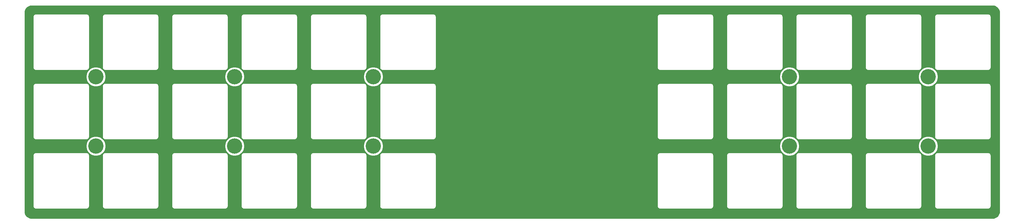
<source format=gbr>
G04 #@! TF.GenerationSoftware,KiCad,Pcbnew,(5.1.7)-1*
G04 #@! TF.CreationDate,2021-01-09T22:46:43+09:00*
G04 #@! TF.ProjectId,barracuda_top,62617272-6163-4756-9461-5f746f702e6b,rev?*
G04 #@! TF.SameCoordinates,Original*
G04 #@! TF.FileFunction,Copper,L1,Top*
G04 #@! TF.FilePolarity,Positive*
%FSLAX46Y46*%
G04 Gerber Fmt 4.6, Leading zero omitted, Abs format (unit mm)*
G04 Created by KiCad (PCBNEW (5.1.7)-1) date 2021-01-09 22:46:43*
%MOMM*%
%LPD*%
G01*
G04 APERTURE LIST*
G04 #@! TA.AperFunction,ComponentPad*
%ADD10C,4.200000*%
G04 #@! TD*
G04 #@! TA.AperFunction,NonConductor*
%ADD11C,0.254000*%
G04 #@! TD*
G04 #@! TA.AperFunction,NonConductor*
%ADD12C,0.100000*%
G04 #@! TD*
G04 APERTURE END LIST*
D10*
X97625000Y-59525000D03*
X97625000Y-78575000D03*
X250025000Y-59525000D03*
X288125000Y-59525000D03*
X250025000Y-78575000D03*
X288125000Y-78575000D03*
X135725000Y-59525000D03*
X135725000Y-78575000D03*
X59525000Y-78575000D03*
X59525000Y-59525000D03*
D11*
X306180545Y-40068909D02*
X306531208Y-40174780D01*
X306854625Y-40346744D01*
X307138484Y-40578254D01*
X307371965Y-40860486D01*
X307546183Y-41182695D01*
X307654502Y-41532614D01*
X307696001Y-41927452D01*
X307696000Y-96487721D01*
X307657091Y-96884545D01*
X307551220Y-97235206D01*
X307379257Y-97558623D01*
X307147748Y-97842482D01*
X306865514Y-98075965D01*
X306543304Y-98250184D01*
X306193385Y-98358502D01*
X305798557Y-98400000D01*
X41942279Y-98400000D01*
X41545455Y-98361091D01*
X41194794Y-98255220D01*
X40871377Y-98083257D01*
X40587518Y-97851748D01*
X40354035Y-97569514D01*
X40179816Y-97247304D01*
X40071498Y-96897385D01*
X40030000Y-96502557D01*
X40030000Y-81089500D01*
X42250894Y-81089500D01*
X42254451Y-81125615D01*
X42254450Y-95052855D01*
X42250894Y-95088960D01*
X42265085Y-95233045D01*
X42307113Y-95371593D01*
X42375363Y-95499280D01*
X42467212Y-95611198D01*
X42579130Y-95703047D01*
X42706817Y-95771297D01*
X42845365Y-95813325D01*
X42989450Y-95827516D01*
X43025555Y-95823960D01*
X56952895Y-95823960D01*
X56989000Y-95827516D01*
X57025105Y-95823960D01*
X57133085Y-95813325D01*
X57271633Y-95771297D01*
X57399320Y-95703047D01*
X57511238Y-95611198D01*
X57603087Y-95499280D01*
X57671337Y-95371593D01*
X57713365Y-95233045D01*
X57727556Y-95088960D01*
X57724000Y-95052855D01*
X57724000Y-81125605D01*
X57727556Y-81089500D01*
X57713365Y-80945415D01*
X57671337Y-80806867D01*
X57603087Y-80679180D01*
X57511238Y-80567262D01*
X57399320Y-80475413D01*
X57271633Y-80407163D01*
X57133085Y-80365135D01*
X57025105Y-80354500D01*
X56989000Y-80350944D01*
X56952895Y-80354500D01*
X43025555Y-80354500D01*
X42989450Y-80350944D01*
X42953345Y-80354500D01*
X42845365Y-80365135D01*
X42706817Y-80407163D01*
X42579130Y-80475413D01*
X42467212Y-80567262D01*
X42375363Y-80679180D01*
X42307113Y-80806867D01*
X42265085Y-80945415D01*
X42250894Y-81089500D01*
X40030000Y-81089500D01*
X40030000Y-78305626D01*
X56790000Y-78305626D01*
X56790000Y-78844374D01*
X56895105Y-79372770D01*
X57101275Y-79870508D01*
X57400587Y-80318461D01*
X57781539Y-80699413D01*
X58229492Y-80998725D01*
X58727230Y-81204895D01*
X59255626Y-81310000D01*
X59794374Y-81310000D01*
X60322770Y-81204895D01*
X60601357Y-81089500D01*
X61300944Y-81089500D01*
X61304501Y-81125615D01*
X61304500Y-95052855D01*
X61300944Y-95088960D01*
X61315135Y-95233045D01*
X61357163Y-95371593D01*
X61425413Y-95499280D01*
X61517262Y-95611198D01*
X61629180Y-95703047D01*
X61756867Y-95771297D01*
X61895415Y-95813325D01*
X62039500Y-95827516D01*
X62075605Y-95823960D01*
X76002695Y-95823960D01*
X76038800Y-95827516D01*
X76074905Y-95823960D01*
X76182885Y-95813325D01*
X76321433Y-95771297D01*
X76449120Y-95703047D01*
X76561038Y-95611198D01*
X76652887Y-95499280D01*
X76721137Y-95371593D01*
X76763165Y-95233045D01*
X76777356Y-95088960D01*
X76773800Y-95052855D01*
X76773800Y-81125605D01*
X76777356Y-81089500D01*
X80350944Y-81089500D01*
X80354501Y-81125615D01*
X80354500Y-95052855D01*
X80350944Y-95088960D01*
X80365135Y-95233045D01*
X80407163Y-95371593D01*
X80475413Y-95499280D01*
X80567262Y-95611198D01*
X80679180Y-95703047D01*
X80806867Y-95771297D01*
X80945415Y-95813325D01*
X81089500Y-95827516D01*
X81125605Y-95823960D01*
X95052695Y-95823960D01*
X95088800Y-95827516D01*
X95124905Y-95823960D01*
X95232885Y-95813325D01*
X95371433Y-95771297D01*
X95499120Y-95703047D01*
X95611038Y-95611198D01*
X95702887Y-95499280D01*
X95771137Y-95371593D01*
X95813165Y-95233045D01*
X95827356Y-95088960D01*
X95823800Y-95052855D01*
X95823800Y-81125605D01*
X95827356Y-81089500D01*
X95813165Y-80945415D01*
X95771137Y-80806867D01*
X95702887Y-80679180D01*
X95611038Y-80567262D01*
X95499120Y-80475413D01*
X95371433Y-80407163D01*
X95232885Y-80365135D01*
X95124905Y-80354500D01*
X95088800Y-80350944D01*
X95052695Y-80354500D01*
X81125605Y-80354500D01*
X81089500Y-80350944D01*
X81053395Y-80354500D01*
X80945415Y-80365135D01*
X80806867Y-80407163D01*
X80679180Y-80475413D01*
X80567262Y-80567262D01*
X80475413Y-80679180D01*
X80407163Y-80806867D01*
X80365135Y-80945415D01*
X80350944Y-81089500D01*
X76777356Y-81089500D01*
X76763165Y-80945415D01*
X76721137Y-80806867D01*
X76652887Y-80679180D01*
X76561038Y-80567262D01*
X76449120Y-80475413D01*
X76321433Y-80407163D01*
X76182885Y-80365135D01*
X76074905Y-80354500D01*
X76038800Y-80350944D01*
X76002695Y-80354500D01*
X62075605Y-80354500D01*
X62039500Y-80350944D01*
X62003395Y-80354500D01*
X61895415Y-80365135D01*
X61756867Y-80407163D01*
X61629180Y-80475413D01*
X61517262Y-80567262D01*
X61425413Y-80679180D01*
X61357163Y-80806867D01*
X61315135Y-80945415D01*
X61300944Y-81089500D01*
X60601357Y-81089500D01*
X60820508Y-80998725D01*
X61268461Y-80699413D01*
X61649413Y-80318461D01*
X61948725Y-79870508D01*
X62154895Y-79372770D01*
X62260000Y-78844374D01*
X62260000Y-78305626D01*
X94890000Y-78305626D01*
X94890000Y-78844374D01*
X94995105Y-79372770D01*
X95201275Y-79870508D01*
X95500587Y-80318461D01*
X95881539Y-80699413D01*
X96329492Y-80998725D01*
X96827230Y-81204895D01*
X97355626Y-81310000D01*
X97894374Y-81310000D01*
X98422770Y-81204895D01*
X98701357Y-81089500D01*
X99400944Y-81089500D01*
X99404501Y-81125615D01*
X99404500Y-95052855D01*
X99400944Y-95088960D01*
X99415135Y-95233045D01*
X99457163Y-95371593D01*
X99525413Y-95499280D01*
X99617262Y-95611198D01*
X99729180Y-95703047D01*
X99856867Y-95771297D01*
X99995415Y-95813325D01*
X100139500Y-95827516D01*
X100175605Y-95823960D01*
X114102695Y-95823960D01*
X114138800Y-95827516D01*
X114174905Y-95823960D01*
X114282885Y-95813325D01*
X114421433Y-95771297D01*
X114549120Y-95703047D01*
X114661038Y-95611198D01*
X114752887Y-95499280D01*
X114821137Y-95371593D01*
X114863165Y-95233045D01*
X114877356Y-95088960D01*
X114873800Y-95052855D01*
X114873800Y-81125605D01*
X114877356Y-81089500D01*
X118450944Y-81089500D01*
X118454501Y-81125615D01*
X118454500Y-95052855D01*
X118450944Y-95088960D01*
X118465135Y-95233045D01*
X118507163Y-95371593D01*
X118575413Y-95499280D01*
X118667262Y-95611198D01*
X118779180Y-95703047D01*
X118906867Y-95771297D01*
X119045415Y-95813325D01*
X119189500Y-95827516D01*
X119225605Y-95823960D01*
X133152695Y-95823960D01*
X133188800Y-95827516D01*
X133224905Y-95823960D01*
X133332885Y-95813325D01*
X133471433Y-95771297D01*
X133599120Y-95703047D01*
X133711038Y-95611198D01*
X133802887Y-95499280D01*
X133871137Y-95371593D01*
X133913165Y-95233045D01*
X133927356Y-95088960D01*
X133923800Y-95052855D01*
X133923800Y-81125605D01*
X133927356Y-81089500D01*
X133913165Y-80945415D01*
X133871137Y-80806867D01*
X133802887Y-80679180D01*
X133711038Y-80567262D01*
X133599120Y-80475413D01*
X133471433Y-80407163D01*
X133332885Y-80365135D01*
X133224905Y-80354500D01*
X133188800Y-80350944D01*
X133152695Y-80354500D01*
X119225605Y-80354500D01*
X119189500Y-80350944D01*
X119153395Y-80354500D01*
X119045415Y-80365135D01*
X118906867Y-80407163D01*
X118779180Y-80475413D01*
X118667262Y-80567262D01*
X118575413Y-80679180D01*
X118507163Y-80806867D01*
X118465135Y-80945415D01*
X118450944Y-81089500D01*
X114877356Y-81089500D01*
X114863165Y-80945415D01*
X114821137Y-80806867D01*
X114752887Y-80679180D01*
X114661038Y-80567262D01*
X114549120Y-80475413D01*
X114421433Y-80407163D01*
X114282885Y-80365135D01*
X114174905Y-80354500D01*
X114138800Y-80350944D01*
X114102695Y-80354500D01*
X100175605Y-80354500D01*
X100139500Y-80350944D01*
X100103395Y-80354500D01*
X99995415Y-80365135D01*
X99856867Y-80407163D01*
X99729180Y-80475413D01*
X99617262Y-80567262D01*
X99525413Y-80679180D01*
X99457163Y-80806867D01*
X99415135Y-80945415D01*
X99400944Y-81089500D01*
X98701357Y-81089500D01*
X98920508Y-80998725D01*
X99368461Y-80699413D01*
X99749413Y-80318461D01*
X100048725Y-79870508D01*
X100254895Y-79372770D01*
X100360000Y-78844374D01*
X100360000Y-78305626D01*
X132990000Y-78305626D01*
X132990000Y-78844374D01*
X133095105Y-79372770D01*
X133301275Y-79870508D01*
X133600587Y-80318461D01*
X133981539Y-80699413D01*
X134429492Y-80998725D01*
X134927230Y-81204895D01*
X135455626Y-81310000D01*
X135994374Y-81310000D01*
X136522770Y-81204895D01*
X136801357Y-81089500D01*
X137499544Y-81089500D01*
X137503101Y-81125615D01*
X137503100Y-95052855D01*
X137499544Y-95088960D01*
X137513735Y-95233045D01*
X137555763Y-95371593D01*
X137624013Y-95499280D01*
X137715862Y-95611198D01*
X137827780Y-95703047D01*
X137955467Y-95771297D01*
X138094015Y-95813325D01*
X138238100Y-95827516D01*
X138274205Y-95823960D01*
X152202695Y-95823960D01*
X152238800Y-95827516D01*
X152274905Y-95823960D01*
X152382885Y-95813325D01*
X152521433Y-95771297D01*
X152649120Y-95703047D01*
X152761038Y-95611198D01*
X152852887Y-95499280D01*
X152921137Y-95371593D01*
X152963165Y-95233045D01*
X152977356Y-95088960D01*
X152973800Y-95052855D01*
X152973800Y-81125605D01*
X152977356Y-81089500D01*
X213701244Y-81089500D01*
X213704801Y-81125615D01*
X213704800Y-95052855D01*
X213701244Y-95088960D01*
X213715435Y-95233045D01*
X213757463Y-95371593D01*
X213825713Y-95499280D01*
X213917562Y-95611198D01*
X214029480Y-95703047D01*
X214157167Y-95771297D01*
X214295715Y-95813325D01*
X214439800Y-95827516D01*
X214475905Y-95823960D01*
X228402695Y-95823960D01*
X228438800Y-95827516D01*
X228474905Y-95823960D01*
X228582885Y-95813325D01*
X228721433Y-95771297D01*
X228849120Y-95703047D01*
X228961038Y-95611198D01*
X229052887Y-95499280D01*
X229121137Y-95371593D01*
X229163165Y-95233045D01*
X229177356Y-95088960D01*
X229173800Y-95052855D01*
X229173800Y-81125605D01*
X229177356Y-81089500D01*
X232751244Y-81089500D01*
X232754801Y-81125615D01*
X232754800Y-95052855D01*
X232751244Y-95088960D01*
X232765435Y-95233045D01*
X232807463Y-95371593D01*
X232875713Y-95499280D01*
X232967562Y-95611198D01*
X233079480Y-95703047D01*
X233207167Y-95771297D01*
X233345715Y-95813325D01*
X233489800Y-95827516D01*
X233525905Y-95823960D01*
X247452695Y-95823960D01*
X247488800Y-95827516D01*
X247524905Y-95823960D01*
X247632885Y-95813325D01*
X247771433Y-95771297D01*
X247899120Y-95703047D01*
X248011038Y-95611198D01*
X248102887Y-95499280D01*
X248171137Y-95371593D01*
X248213165Y-95233045D01*
X248227356Y-95088960D01*
X248223800Y-95052855D01*
X248223800Y-81125605D01*
X248227356Y-81089500D01*
X248213165Y-80945415D01*
X248171137Y-80806867D01*
X248102887Y-80679180D01*
X248011038Y-80567262D01*
X247899120Y-80475413D01*
X247771433Y-80407163D01*
X247632885Y-80365135D01*
X247524905Y-80354500D01*
X247488800Y-80350944D01*
X247452695Y-80354500D01*
X233525905Y-80354500D01*
X233489800Y-80350944D01*
X233453695Y-80354500D01*
X233345715Y-80365135D01*
X233207167Y-80407163D01*
X233079480Y-80475413D01*
X232967562Y-80567262D01*
X232875713Y-80679180D01*
X232807463Y-80806867D01*
X232765435Y-80945415D01*
X232751244Y-81089500D01*
X229177356Y-81089500D01*
X229163165Y-80945415D01*
X229121137Y-80806867D01*
X229052887Y-80679180D01*
X228961038Y-80567262D01*
X228849120Y-80475413D01*
X228721433Y-80407163D01*
X228582885Y-80365135D01*
X228474905Y-80354500D01*
X228438800Y-80350944D01*
X228402695Y-80354500D01*
X214475905Y-80354500D01*
X214439800Y-80350944D01*
X214403695Y-80354500D01*
X214295715Y-80365135D01*
X214157167Y-80407163D01*
X214029480Y-80475413D01*
X213917562Y-80567262D01*
X213825713Y-80679180D01*
X213757463Y-80806867D01*
X213715435Y-80945415D01*
X213701244Y-81089500D01*
X152977356Y-81089500D01*
X152963165Y-80945415D01*
X152921137Y-80806867D01*
X152852887Y-80679180D01*
X152761038Y-80567262D01*
X152649120Y-80475413D01*
X152521433Y-80407163D01*
X152382885Y-80365135D01*
X152274905Y-80354500D01*
X152238800Y-80350944D01*
X152202695Y-80354500D01*
X138274205Y-80354500D01*
X138238100Y-80350944D01*
X138201995Y-80354500D01*
X138094015Y-80365135D01*
X137955467Y-80407163D01*
X137827780Y-80475413D01*
X137715862Y-80567262D01*
X137624013Y-80679180D01*
X137555763Y-80806867D01*
X137513735Y-80945415D01*
X137499544Y-81089500D01*
X136801357Y-81089500D01*
X137020508Y-80998725D01*
X137468461Y-80699413D01*
X137849413Y-80318461D01*
X138148725Y-79870508D01*
X138354895Y-79372770D01*
X138460000Y-78844374D01*
X138460000Y-78305626D01*
X247290000Y-78305626D01*
X247290000Y-78844374D01*
X247395105Y-79372770D01*
X247601275Y-79870508D01*
X247900587Y-80318461D01*
X248281539Y-80699413D01*
X248729492Y-80998725D01*
X249227230Y-81204895D01*
X249755626Y-81310000D01*
X250294374Y-81310000D01*
X250822770Y-81204895D01*
X251101357Y-81089500D01*
X251801244Y-81089500D01*
X251804801Y-81125615D01*
X251804800Y-95052855D01*
X251801244Y-95088960D01*
X251815435Y-95233045D01*
X251857463Y-95371593D01*
X251925713Y-95499280D01*
X252017562Y-95611198D01*
X252129480Y-95703047D01*
X252257167Y-95771297D01*
X252395715Y-95813325D01*
X252539800Y-95827516D01*
X252575905Y-95823960D01*
X266502695Y-95823960D01*
X266538800Y-95827516D01*
X266574905Y-95823960D01*
X266682885Y-95813325D01*
X266821433Y-95771297D01*
X266949120Y-95703047D01*
X267061038Y-95611198D01*
X267152887Y-95499280D01*
X267221137Y-95371593D01*
X267263165Y-95233045D01*
X267277356Y-95088960D01*
X267273800Y-95052855D01*
X267273800Y-81125605D01*
X267277356Y-81089500D01*
X270851244Y-81089500D01*
X270854801Y-81125615D01*
X270854800Y-95052855D01*
X270851244Y-95088960D01*
X270865435Y-95233045D01*
X270907463Y-95371593D01*
X270975713Y-95499280D01*
X271067562Y-95611198D01*
X271179480Y-95703047D01*
X271307167Y-95771297D01*
X271445715Y-95813325D01*
X271589800Y-95827516D01*
X271625905Y-95823960D01*
X285552695Y-95823960D01*
X285588800Y-95827516D01*
X285624905Y-95823960D01*
X285732885Y-95813325D01*
X285871433Y-95771297D01*
X285999120Y-95703047D01*
X286111038Y-95611198D01*
X286202887Y-95499280D01*
X286271137Y-95371593D01*
X286313165Y-95233045D01*
X286327356Y-95088960D01*
X286323800Y-95052855D01*
X286323800Y-81125605D01*
X286327356Y-81089500D01*
X286313165Y-80945415D01*
X286271137Y-80806867D01*
X286202887Y-80679180D01*
X286111038Y-80567262D01*
X285999120Y-80475413D01*
X285871433Y-80407163D01*
X285732885Y-80365135D01*
X285624905Y-80354500D01*
X285588800Y-80350944D01*
X285552695Y-80354500D01*
X271625905Y-80354500D01*
X271589800Y-80350944D01*
X271553695Y-80354500D01*
X271445715Y-80365135D01*
X271307167Y-80407163D01*
X271179480Y-80475413D01*
X271067562Y-80567262D01*
X270975713Y-80679180D01*
X270907463Y-80806867D01*
X270865435Y-80945415D01*
X270851244Y-81089500D01*
X267277356Y-81089500D01*
X267263165Y-80945415D01*
X267221137Y-80806867D01*
X267152887Y-80679180D01*
X267061038Y-80567262D01*
X266949120Y-80475413D01*
X266821433Y-80407163D01*
X266682885Y-80365135D01*
X266574905Y-80354500D01*
X266538800Y-80350944D01*
X266502695Y-80354500D01*
X252575905Y-80354500D01*
X252539800Y-80350944D01*
X252503695Y-80354500D01*
X252395715Y-80365135D01*
X252257167Y-80407163D01*
X252129480Y-80475413D01*
X252017562Y-80567262D01*
X251925713Y-80679180D01*
X251857463Y-80806867D01*
X251815435Y-80945415D01*
X251801244Y-81089500D01*
X251101357Y-81089500D01*
X251320508Y-80998725D01*
X251768461Y-80699413D01*
X252149413Y-80318461D01*
X252448725Y-79870508D01*
X252654895Y-79372770D01*
X252760000Y-78844374D01*
X252760000Y-78305626D01*
X285390000Y-78305626D01*
X285390000Y-78844374D01*
X285495105Y-79372770D01*
X285701275Y-79870508D01*
X286000587Y-80318461D01*
X286381539Y-80699413D01*
X286829492Y-80998725D01*
X287327230Y-81204895D01*
X287855626Y-81310000D01*
X288394374Y-81310000D01*
X288922770Y-81204895D01*
X289201357Y-81089500D01*
X289901244Y-81089500D01*
X289904801Y-81125615D01*
X289904800Y-95052855D01*
X289901244Y-95088960D01*
X289915435Y-95233045D01*
X289957463Y-95371593D01*
X290025713Y-95499280D01*
X290117562Y-95611198D01*
X290229480Y-95703047D01*
X290357167Y-95771297D01*
X290495715Y-95813325D01*
X290639800Y-95827516D01*
X290675905Y-95823960D01*
X304602695Y-95823960D01*
X304638800Y-95827516D01*
X304674905Y-95823960D01*
X304782885Y-95813325D01*
X304921433Y-95771297D01*
X305049120Y-95703047D01*
X305161038Y-95611198D01*
X305252887Y-95499280D01*
X305321137Y-95371593D01*
X305363165Y-95233045D01*
X305377356Y-95088960D01*
X305373800Y-95052855D01*
X305373800Y-81125605D01*
X305377356Y-81089500D01*
X305363165Y-80945415D01*
X305321137Y-80806867D01*
X305252887Y-80679180D01*
X305161038Y-80567262D01*
X305049120Y-80475413D01*
X304921433Y-80407163D01*
X304782885Y-80365135D01*
X304674905Y-80354500D01*
X304638800Y-80350944D01*
X304602695Y-80354500D01*
X290675905Y-80354500D01*
X290639800Y-80350944D01*
X290603695Y-80354500D01*
X290495715Y-80365135D01*
X290357167Y-80407163D01*
X290229480Y-80475413D01*
X290117562Y-80567262D01*
X290025713Y-80679180D01*
X289957463Y-80806867D01*
X289915435Y-80945415D01*
X289901244Y-81089500D01*
X289201357Y-81089500D01*
X289420508Y-80998725D01*
X289868461Y-80699413D01*
X290249413Y-80318461D01*
X290548725Y-79870508D01*
X290754895Y-79372770D01*
X290860000Y-78844374D01*
X290860000Y-78305626D01*
X290754895Y-77777230D01*
X290548725Y-77279492D01*
X290249413Y-76831539D01*
X289868461Y-76450587D01*
X289420508Y-76151275D01*
X288922770Y-75945105D01*
X288394374Y-75840000D01*
X287855626Y-75840000D01*
X287327230Y-75945105D01*
X286829492Y-76151275D01*
X286381539Y-76450587D01*
X286000587Y-76831539D01*
X285701275Y-77279492D01*
X285495105Y-77777230D01*
X285390000Y-78305626D01*
X252760000Y-78305626D01*
X252654895Y-77777230D01*
X252448725Y-77279492D01*
X252149413Y-76831539D01*
X251768461Y-76450587D01*
X251320508Y-76151275D01*
X250822770Y-75945105D01*
X250294374Y-75840000D01*
X249755626Y-75840000D01*
X249227230Y-75945105D01*
X248729492Y-76151275D01*
X248281539Y-76450587D01*
X247900587Y-76831539D01*
X247601275Y-77279492D01*
X247395105Y-77777230D01*
X247290000Y-78305626D01*
X138460000Y-78305626D01*
X138354895Y-77777230D01*
X138148725Y-77279492D01*
X137849413Y-76831539D01*
X137468461Y-76450587D01*
X137020508Y-76151275D01*
X136522770Y-75945105D01*
X135994374Y-75840000D01*
X135455626Y-75840000D01*
X134927230Y-75945105D01*
X134429492Y-76151275D01*
X133981539Y-76450587D01*
X133600587Y-76831539D01*
X133301275Y-77279492D01*
X133095105Y-77777230D01*
X132990000Y-78305626D01*
X100360000Y-78305626D01*
X100254895Y-77777230D01*
X100048725Y-77279492D01*
X99749413Y-76831539D01*
X99368461Y-76450587D01*
X98920508Y-76151275D01*
X98422770Y-75945105D01*
X97894374Y-75840000D01*
X97355626Y-75840000D01*
X96827230Y-75945105D01*
X96329492Y-76151275D01*
X95881539Y-76450587D01*
X95500587Y-76831539D01*
X95201275Y-77279492D01*
X94995105Y-77777230D01*
X94890000Y-78305626D01*
X62260000Y-78305626D01*
X62154895Y-77777230D01*
X61948725Y-77279492D01*
X61649413Y-76831539D01*
X61268461Y-76450587D01*
X60820508Y-76151275D01*
X60322770Y-75945105D01*
X59794374Y-75840000D01*
X59255626Y-75840000D01*
X58727230Y-75945105D01*
X58229492Y-76151275D01*
X57781539Y-76450587D01*
X57400587Y-76831539D01*
X57101275Y-77279492D01*
X56895105Y-77777230D01*
X56790000Y-78305626D01*
X40030000Y-78305626D01*
X40030000Y-62039600D01*
X42250894Y-62039600D01*
X42254451Y-62075715D01*
X42254450Y-76002895D01*
X42250894Y-76039000D01*
X42265085Y-76183085D01*
X42307113Y-76321633D01*
X42375363Y-76449320D01*
X42467212Y-76561238D01*
X42579130Y-76653087D01*
X42706817Y-76721337D01*
X42845365Y-76763365D01*
X42989450Y-76777556D01*
X43025555Y-76774000D01*
X56952895Y-76774000D01*
X56989000Y-76777556D01*
X57025105Y-76774000D01*
X57133085Y-76763365D01*
X57271633Y-76721337D01*
X57399320Y-76653087D01*
X57511238Y-76561238D01*
X57603087Y-76449320D01*
X57671337Y-76321633D01*
X57713365Y-76183085D01*
X57727556Y-76039000D01*
X57724000Y-76002895D01*
X57724000Y-62075705D01*
X57727556Y-62039600D01*
X57713365Y-61895515D01*
X57671337Y-61756967D01*
X57603087Y-61629280D01*
X57511238Y-61517362D01*
X57399320Y-61425513D01*
X57271633Y-61357263D01*
X57133085Y-61315235D01*
X57025105Y-61304600D01*
X56989000Y-61301044D01*
X56952895Y-61304600D01*
X43025555Y-61304600D01*
X42989450Y-61301044D01*
X42953345Y-61304600D01*
X42845365Y-61315235D01*
X42706817Y-61357263D01*
X42579130Y-61425513D01*
X42467212Y-61517362D01*
X42375363Y-61629280D01*
X42307113Y-61756967D01*
X42265085Y-61895515D01*
X42250894Y-62039600D01*
X40030000Y-62039600D01*
X40030000Y-59255626D01*
X56790000Y-59255626D01*
X56790000Y-59794374D01*
X56895105Y-60322770D01*
X57101275Y-60820508D01*
X57400587Y-61268461D01*
X57781539Y-61649413D01*
X58229492Y-61948725D01*
X58727230Y-62154895D01*
X59255626Y-62260000D01*
X59794374Y-62260000D01*
X60322770Y-62154895D01*
X60601116Y-62039600D01*
X61300944Y-62039600D01*
X61304501Y-62075715D01*
X61304500Y-76002895D01*
X61300944Y-76039000D01*
X61315135Y-76183085D01*
X61357163Y-76321633D01*
X61425413Y-76449320D01*
X61517262Y-76561238D01*
X61629180Y-76653087D01*
X61756867Y-76721337D01*
X61895415Y-76763365D01*
X62039500Y-76777556D01*
X62075605Y-76774000D01*
X76002695Y-76774000D01*
X76038800Y-76777556D01*
X76074905Y-76774000D01*
X76182885Y-76763365D01*
X76321433Y-76721337D01*
X76449120Y-76653087D01*
X76561038Y-76561238D01*
X76652887Y-76449320D01*
X76721137Y-76321633D01*
X76763165Y-76183085D01*
X76777356Y-76039000D01*
X76773800Y-76002895D01*
X76773800Y-62075705D01*
X76777356Y-62039600D01*
X80350944Y-62039600D01*
X80354501Y-62075715D01*
X80354500Y-76002895D01*
X80350944Y-76039000D01*
X80365135Y-76183085D01*
X80407163Y-76321633D01*
X80475413Y-76449320D01*
X80567262Y-76561238D01*
X80679180Y-76653087D01*
X80806867Y-76721337D01*
X80945415Y-76763365D01*
X81089500Y-76777556D01*
X81125605Y-76774000D01*
X95052695Y-76774000D01*
X95088800Y-76777556D01*
X95124905Y-76774000D01*
X95232885Y-76763365D01*
X95371433Y-76721337D01*
X95499120Y-76653087D01*
X95611038Y-76561238D01*
X95702887Y-76449320D01*
X95771137Y-76321633D01*
X95813165Y-76183085D01*
X95827356Y-76039000D01*
X95823800Y-76002895D01*
X95823800Y-62075705D01*
X95827356Y-62039600D01*
X95813165Y-61895515D01*
X95771137Y-61756967D01*
X95702887Y-61629280D01*
X95611038Y-61517362D01*
X95499120Y-61425513D01*
X95371433Y-61357263D01*
X95232885Y-61315235D01*
X95124905Y-61304600D01*
X95088800Y-61301044D01*
X95052695Y-61304600D01*
X81125605Y-61304600D01*
X81089500Y-61301044D01*
X81053395Y-61304600D01*
X80945415Y-61315235D01*
X80806867Y-61357263D01*
X80679180Y-61425513D01*
X80567262Y-61517362D01*
X80475413Y-61629280D01*
X80407163Y-61756967D01*
X80365135Y-61895515D01*
X80350944Y-62039600D01*
X76777356Y-62039600D01*
X76763165Y-61895515D01*
X76721137Y-61756967D01*
X76652887Y-61629280D01*
X76561038Y-61517362D01*
X76449120Y-61425513D01*
X76321433Y-61357263D01*
X76182885Y-61315235D01*
X76074905Y-61304600D01*
X76038800Y-61301044D01*
X76002695Y-61304600D01*
X62075605Y-61304600D01*
X62039500Y-61301044D01*
X62003395Y-61304600D01*
X61895415Y-61315235D01*
X61756867Y-61357263D01*
X61629180Y-61425513D01*
X61517262Y-61517362D01*
X61425413Y-61629280D01*
X61357163Y-61756967D01*
X61315135Y-61895515D01*
X61300944Y-62039600D01*
X60601116Y-62039600D01*
X60820508Y-61948725D01*
X61268461Y-61649413D01*
X61649413Y-61268461D01*
X61948725Y-60820508D01*
X62154895Y-60322770D01*
X62260000Y-59794374D01*
X62260000Y-59255626D01*
X94890000Y-59255626D01*
X94890000Y-59794374D01*
X94995105Y-60322770D01*
X95201275Y-60820508D01*
X95500587Y-61268461D01*
X95881539Y-61649413D01*
X96329492Y-61948725D01*
X96827230Y-62154895D01*
X97355626Y-62260000D01*
X97894374Y-62260000D01*
X98422770Y-62154895D01*
X98701116Y-62039600D01*
X99400944Y-62039600D01*
X99404501Y-62075715D01*
X99404500Y-76002895D01*
X99400944Y-76039000D01*
X99415135Y-76183085D01*
X99457163Y-76321633D01*
X99525413Y-76449320D01*
X99617262Y-76561238D01*
X99729180Y-76653087D01*
X99856867Y-76721337D01*
X99995415Y-76763365D01*
X100139500Y-76777556D01*
X100175605Y-76774000D01*
X114102695Y-76774000D01*
X114138800Y-76777556D01*
X114174905Y-76774000D01*
X114282885Y-76763365D01*
X114421433Y-76721337D01*
X114549120Y-76653087D01*
X114661038Y-76561238D01*
X114752887Y-76449320D01*
X114821137Y-76321633D01*
X114863165Y-76183085D01*
X114877356Y-76039000D01*
X114873800Y-76002895D01*
X114873800Y-62075705D01*
X114877356Y-62039600D01*
X118450944Y-62039600D01*
X118454501Y-62075715D01*
X118454500Y-76002895D01*
X118450944Y-76039000D01*
X118465135Y-76183085D01*
X118507163Y-76321633D01*
X118575413Y-76449320D01*
X118667262Y-76561238D01*
X118779180Y-76653087D01*
X118906867Y-76721337D01*
X119045415Y-76763365D01*
X119189500Y-76777556D01*
X119225605Y-76774000D01*
X133152695Y-76774000D01*
X133188800Y-76777556D01*
X133224905Y-76774000D01*
X133332885Y-76763365D01*
X133471433Y-76721337D01*
X133599120Y-76653087D01*
X133711038Y-76561238D01*
X133802887Y-76449320D01*
X133871137Y-76321633D01*
X133913165Y-76183085D01*
X133927356Y-76039000D01*
X133923800Y-76002895D01*
X133923800Y-62075705D01*
X133927356Y-62039600D01*
X133913165Y-61895515D01*
X133871137Y-61756967D01*
X133802887Y-61629280D01*
X133711038Y-61517362D01*
X133599120Y-61425513D01*
X133471433Y-61357263D01*
X133332885Y-61315235D01*
X133224905Y-61304600D01*
X133188800Y-61301044D01*
X133152695Y-61304600D01*
X119225605Y-61304600D01*
X119189500Y-61301044D01*
X119153395Y-61304600D01*
X119045415Y-61315235D01*
X118906867Y-61357263D01*
X118779180Y-61425513D01*
X118667262Y-61517362D01*
X118575413Y-61629280D01*
X118507163Y-61756967D01*
X118465135Y-61895515D01*
X118450944Y-62039600D01*
X114877356Y-62039600D01*
X114863165Y-61895515D01*
X114821137Y-61756967D01*
X114752887Y-61629280D01*
X114661038Y-61517362D01*
X114549120Y-61425513D01*
X114421433Y-61357263D01*
X114282885Y-61315235D01*
X114174905Y-61304600D01*
X114138800Y-61301044D01*
X114102695Y-61304600D01*
X100175605Y-61304600D01*
X100139500Y-61301044D01*
X100103395Y-61304600D01*
X99995415Y-61315235D01*
X99856867Y-61357263D01*
X99729180Y-61425513D01*
X99617262Y-61517362D01*
X99525413Y-61629280D01*
X99457163Y-61756967D01*
X99415135Y-61895515D01*
X99400944Y-62039600D01*
X98701116Y-62039600D01*
X98920508Y-61948725D01*
X99368461Y-61649413D01*
X99749413Y-61268461D01*
X100048725Y-60820508D01*
X100254895Y-60322770D01*
X100360000Y-59794374D01*
X100360000Y-59255626D01*
X132990000Y-59255626D01*
X132990000Y-59794374D01*
X133095105Y-60322770D01*
X133301275Y-60820508D01*
X133600587Y-61268461D01*
X133981539Y-61649413D01*
X134429492Y-61948725D01*
X134927230Y-62154895D01*
X135455626Y-62260000D01*
X135994374Y-62260000D01*
X136522770Y-62154895D01*
X136801116Y-62039600D01*
X137499544Y-62039600D01*
X137503101Y-62075715D01*
X137503100Y-76002895D01*
X137499544Y-76039000D01*
X137513735Y-76183085D01*
X137555763Y-76321633D01*
X137624013Y-76449320D01*
X137715862Y-76561238D01*
X137827780Y-76653087D01*
X137955467Y-76721337D01*
X138094015Y-76763365D01*
X138238100Y-76777556D01*
X138274205Y-76774000D01*
X152202695Y-76774000D01*
X152238800Y-76777556D01*
X152274905Y-76774000D01*
X152382885Y-76763365D01*
X152521433Y-76721337D01*
X152649120Y-76653087D01*
X152761038Y-76561238D01*
X152852887Y-76449320D01*
X152921137Y-76321633D01*
X152963165Y-76183085D01*
X152977356Y-76039000D01*
X152973800Y-76002895D01*
X152973800Y-62075705D01*
X152977356Y-62039600D01*
X213701244Y-62039600D01*
X213704801Y-62075715D01*
X213704800Y-76002895D01*
X213701244Y-76039000D01*
X213715435Y-76183085D01*
X213757463Y-76321633D01*
X213825713Y-76449320D01*
X213917562Y-76561238D01*
X214029480Y-76653087D01*
X214157167Y-76721337D01*
X214295715Y-76763365D01*
X214439800Y-76777556D01*
X214475905Y-76774000D01*
X228402695Y-76774000D01*
X228438800Y-76777556D01*
X228474905Y-76774000D01*
X228582885Y-76763365D01*
X228721433Y-76721337D01*
X228849120Y-76653087D01*
X228961038Y-76561238D01*
X229052887Y-76449320D01*
X229121137Y-76321633D01*
X229163165Y-76183085D01*
X229177356Y-76039000D01*
X229173800Y-76002895D01*
X229173800Y-62075705D01*
X229177356Y-62039600D01*
X232751244Y-62039600D01*
X232754801Y-62075715D01*
X232754800Y-76002895D01*
X232751244Y-76039000D01*
X232765435Y-76183085D01*
X232807463Y-76321633D01*
X232875713Y-76449320D01*
X232967562Y-76561238D01*
X233079480Y-76653087D01*
X233207167Y-76721337D01*
X233345715Y-76763365D01*
X233489800Y-76777556D01*
X233525905Y-76774000D01*
X247452695Y-76774000D01*
X247488800Y-76777556D01*
X247524905Y-76774000D01*
X247632885Y-76763365D01*
X247771433Y-76721337D01*
X247899120Y-76653087D01*
X248011038Y-76561238D01*
X248102887Y-76449320D01*
X248171137Y-76321633D01*
X248213165Y-76183085D01*
X248227356Y-76039000D01*
X248223800Y-76002895D01*
X248223800Y-62075705D01*
X248227356Y-62039600D01*
X248213165Y-61895515D01*
X248171137Y-61756967D01*
X248102887Y-61629280D01*
X248011038Y-61517362D01*
X247899120Y-61425513D01*
X247771433Y-61357263D01*
X247632885Y-61315235D01*
X247524905Y-61304600D01*
X247488800Y-61301044D01*
X247452695Y-61304600D01*
X233525905Y-61304600D01*
X233489800Y-61301044D01*
X233453695Y-61304600D01*
X233345715Y-61315235D01*
X233207167Y-61357263D01*
X233079480Y-61425513D01*
X232967562Y-61517362D01*
X232875713Y-61629280D01*
X232807463Y-61756967D01*
X232765435Y-61895515D01*
X232751244Y-62039600D01*
X229177356Y-62039600D01*
X229163165Y-61895515D01*
X229121137Y-61756967D01*
X229052887Y-61629280D01*
X228961038Y-61517362D01*
X228849120Y-61425513D01*
X228721433Y-61357263D01*
X228582885Y-61315235D01*
X228474905Y-61304600D01*
X228438800Y-61301044D01*
X228402695Y-61304600D01*
X214475905Y-61304600D01*
X214439800Y-61301044D01*
X214403695Y-61304600D01*
X214295715Y-61315235D01*
X214157167Y-61357263D01*
X214029480Y-61425513D01*
X213917562Y-61517362D01*
X213825713Y-61629280D01*
X213757463Y-61756967D01*
X213715435Y-61895515D01*
X213701244Y-62039600D01*
X152977356Y-62039600D01*
X152963165Y-61895515D01*
X152921137Y-61756967D01*
X152852887Y-61629280D01*
X152761038Y-61517362D01*
X152649120Y-61425513D01*
X152521433Y-61357263D01*
X152382885Y-61315235D01*
X152274905Y-61304600D01*
X152238800Y-61301044D01*
X152202695Y-61304600D01*
X138274205Y-61304600D01*
X138238100Y-61301044D01*
X138201995Y-61304600D01*
X138094015Y-61315235D01*
X137955467Y-61357263D01*
X137827780Y-61425513D01*
X137715862Y-61517362D01*
X137624013Y-61629280D01*
X137555763Y-61756967D01*
X137513735Y-61895515D01*
X137499544Y-62039600D01*
X136801116Y-62039600D01*
X137020508Y-61948725D01*
X137468461Y-61649413D01*
X137849413Y-61268461D01*
X138148725Y-60820508D01*
X138354895Y-60322770D01*
X138460000Y-59794374D01*
X138460000Y-59255626D01*
X247290000Y-59255626D01*
X247290000Y-59794374D01*
X247395105Y-60322770D01*
X247601275Y-60820508D01*
X247900587Y-61268461D01*
X248281539Y-61649413D01*
X248729492Y-61948725D01*
X249227230Y-62154895D01*
X249755626Y-62260000D01*
X250294374Y-62260000D01*
X250822770Y-62154895D01*
X251101116Y-62039600D01*
X251801244Y-62039600D01*
X251804801Y-62075715D01*
X251804800Y-76002895D01*
X251801244Y-76039000D01*
X251815435Y-76183085D01*
X251857463Y-76321633D01*
X251925713Y-76449320D01*
X252017562Y-76561238D01*
X252129480Y-76653087D01*
X252257167Y-76721337D01*
X252395715Y-76763365D01*
X252539800Y-76777556D01*
X252575905Y-76774000D01*
X266502695Y-76774000D01*
X266538800Y-76777556D01*
X266574905Y-76774000D01*
X266682885Y-76763365D01*
X266821433Y-76721337D01*
X266949120Y-76653087D01*
X267061038Y-76561238D01*
X267152887Y-76449320D01*
X267221137Y-76321633D01*
X267263165Y-76183085D01*
X267277356Y-76039000D01*
X267273800Y-76002895D01*
X267273800Y-62075705D01*
X267277356Y-62039600D01*
X270851244Y-62039600D01*
X270854801Y-62075715D01*
X270854800Y-76002895D01*
X270851244Y-76039000D01*
X270865435Y-76183085D01*
X270907463Y-76321633D01*
X270975713Y-76449320D01*
X271067562Y-76561238D01*
X271179480Y-76653087D01*
X271307167Y-76721337D01*
X271445715Y-76763365D01*
X271589800Y-76777556D01*
X271625905Y-76774000D01*
X285552695Y-76774000D01*
X285588800Y-76777556D01*
X285624905Y-76774000D01*
X285732885Y-76763365D01*
X285871433Y-76721337D01*
X285999120Y-76653087D01*
X286111038Y-76561238D01*
X286202887Y-76449320D01*
X286271137Y-76321633D01*
X286313165Y-76183085D01*
X286327356Y-76039000D01*
X286323800Y-76002895D01*
X286323800Y-62075705D01*
X286327356Y-62039600D01*
X286313165Y-61895515D01*
X286271137Y-61756967D01*
X286202887Y-61629280D01*
X286111038Y-61517362D01*
X285999120Y-61425513D01*
X285871433Y-61357263D01*
X285732885Y-61315235D01*
X285624905Y-61304600D01*
X285588800Y-61301044D01*
X285552695Y-61304600D01*
X271625905Y-61304600D01*
X271589800Y-61301044D01*
X271553695Y-61304600D01*
X271445715Y-61315235D01*
X271307167Y-61357263D01*
X271179480Y-61425513D01*
X271067562Y-61517362D01*
X270975713Y-61629280D01*
X270907463Y-61756967D01*
X270865435Y-61895515D01*
X270851244Y-62039600D01*
X267277356Y-62039600D01*
X267263165Y-61895515D01*
X267221137Y-61756967D01*
X267152887Y-61629280D01*
X267061038Y-61517362D01*
X266949120Y-61425513D01*
X266821433Y-61357263D01*
X266682885Y-61315235D01*
X266574905Y-61304600D01*
X266538800Y-61301044D01*
X266502695Y-61304600D01*
X252575905Y-61304600D01*
X252539800Y-61301044D01*
X252503695Y-61304600D01*
X252395715Y-61315235D01*
X252257167Y-61357263D01*
X252129480Y-61425513D01*
X252017562Y-61517362D01*
X251925713Y-61629280D01*
X251857463Y-61756967D01*
X251815435Y-61895515D01*
X251801244Y-62039600D01*
X251101116Y-62039600D01*
X251320508Y-61948725D01*
X251768461Y-61649413D01*
X252149413Y-61268461D01*
X252448725Y-60820508D01*
X252654895Y-60322770D01*
X252760000Y-59794374D01*
X252760000Y-59255626D01*
X285390000Y-59255626D01*
X285390000Y-59794374D01*
X285495105Y-60322770D01*
X285701275Y-60820508D01*
X286000587Y-61268461D01*
X286381539Y-61649413D01*
X286829492Y-61948725D01*
X287327230Y-62154895D01*
X287855626Y-62260000D01*
X288394374Y-62260000D01*
X288922770Y-62154895D01*
X289201116Y-62039600D01*
X289901244Y-62039600D01*
X289904801Y-62075715D01*
X289904800Y-76002895D01*
X289901244Y-76039000D01*
X289915435Y-76183085D01*
X289957463Y-76321633D01*
X290025713Y-76449320D01*
X290117562Y-76561238D01*
X290229480Y-76653087D01*
X290357167Y-76721337D01*
X290495715Y-76763365D01*
X290639800Y-76777556D01*
X290675905Y-76774000D01*
X304602695Y-76774000D01*
X304638800Y-76777556D01*
X304674905Y-76774000D01*
X304782885Y-76763365D01*
X304921433Y-76721337D01*
X305049120Y-76653087D01*
X305161038Y-76561238D01*
X305252887Y-76449320D01*
X305321137Y-76321633D01*
X305363165Y-76183085D01*
X305377356Y-76039000D01*
X305373800Y-76002895D01*
X305373800Y-62075705D01*
X305377356Y-62039600D01*
X305363165Y-61895515D01*
X305321137Y-61756967D01*
X305252887Y-61629280D01*
X305161038Y-61517362D01*
X305049120Y-61425513D01*
X304921433Y-61357263D01*
X304782885Y-61315235D01*
X304674905Y-61304600D01*
X304638800Y-61301044D01*
X304602695Y-61304600D01*
X290675905Y-61304600D01*
X290639800Y-61301044D01*
X290603695Y-61304600D01*
X290495715Y-61315235D01*
X290357167Y-61357263D01*
X290229480Y-61425513D01*
X290117562Y-61517362D01*
X290025713Y-61629280D01*
X289957463Y-61756967D01*
X289915435Y-61895515D01*
X289901244Y-62039600D01*
X289201116Y-62039600D01*
X289420508Y-61948725D01*
X289868461Y-61649413D01*
X290249413Y-61268461D01*
X290548725Y-60820508D01*
X290754895Y-60322770D01*
X290860000Y-59794374D01*
X290860000Y-59255626D01*
X290754895Y-58727230D01*
X290548725Y-58229492D01*
X290249413Y-57781539D01*
X289868461Y-57400587D01*
X289420508Y-57101275D01*
X288922770Y-56895105D01*
X288394374Y-56790000D01*
X287855626Y-56790000D01*
X287327230Y-56895105D01*
X286829492Y-57101275D01*
X286381539Y-57400587D01*
X286000587Y-57781539D01*
X285701275Y-58229492D01*
X285495105Y-58727230D01*
X285390000Y-59255626D01*
X252760000Y-59255626D01*
X252654895Y-58727230D01*
X252448725Y-58229492D01*
X252149413Y-57781539D01*
X251768461Y-57400587D01*
X251320508Y-57101275D01*
X250822770Y-56895105D01*
X250294374Y-56790000D01*
X249755626Y-56790000D01*
X249227230Y-56895105D01*
X248729492Y-57101275D01*
X248281539Y-57400587D01*
X247900587Y-57781539D01*
X247601275Y-58229492D01*
X247395105Y-58727230D01*
X247290000Y-59255626D01*
X138460000Y-59255626D01*
X138354895Y-58727230D01*
X138148725Y-58229492D01*
X137849413Y-57781539D01*
X137468461Y-57400587D01*
X137020508Y-57101275D01*
X136522770Y-56895105D01*
X135994374Y-56790000D01*
X135455626Y-56790000D01*
X134927230Y-56895105D01*
X134429492Y-57101275D01*
X133981539Y-57400587D01*
X133600587Y-57781539D01*
X133301275Y-58229492D01*
X133095105Y-58727230D01*
X132990000Y-59255626D01*
X100360000Y-59255626D01*
X100254895Y-58727230D01*
X100048725Y-58229492D01*
X99749413Y-57781539D01*
X99368461Y-57400587D01*
X98920508Y-57101275D01*
X98422770Y-56895105D01*
X97894374Y-56790000D01*
X97355626Y-56790000D01*
X96827230Y-56895105D01*
X96329492Y-57101275D01*
X95881539Y-57400587D01*
X95500587Y-57781539D01*
X95201275Y-58229492D01*
X94995105Y-58727230D01*
X94890000Y-59255626D01*
X62260000Y-59255626D01*
X62154895Y-58727230D01*
X61948725Y-58229492D01*
X61649413Y-57781539D01*
X61268461Y-57400587D01*
X60820508Y-57101275D01*
X60322770Y-56895105D01*
X59794374Y-56790000D01*
X59255626Y-56790000D01*
X58727230Y-56895105D01*
X58229492Y-57101275D01*
X57781539Y-57400587D01*
X57400587Y-57781539D01*
X57101275Y-58229492D01*
X56895105Y-58727230D01*
X56790000Y-59255626D01*
X40030000Y-59255626D01*
X40030000Y-42989500D01*
X42250894Y-42989500D01*
X42254451Y-43025615D01*
X42254450Y-56952695D01*
X42250894Y-56988800D01*
X42265085Y-57132885D01*
X42307113Y-57271433D01*
X42375363Y-57399120D01*
X42467212Y-57511038D01*
X42579130Y-57602887D01*
X42706817Y-57671137D01*
X42845365Y-57713165D01*
X42989450Y-57727356D01*
X43025555Y-57723800D01*
X56952895Y-57723800D01*
X56989000Y-57727356D01*
X57025105Y-57723800D01*
X57133085Y-57713165D01*
X57271633Y-57671137D01*
X57399320Y-57602887D01*
X57511238Y-57511038D01*
X57603087Y-57399120D01*
X57671337Y-57271433D01*
X57713365Y-57132885D01*
X57727556Y-56988800D01*
X57724000Y-56952695D01*
X57724000Y-43025605D01*
X57727556Y-42989500D01*
X61300944Y-42989500D01*
X61304501Y-43025615D01*
X61304500Y-56952695D01*
X61300944Y-56988800D01*
X61315135Y-57132885D01*
X61357163Y-57271433D01*
X61425413Y-57399120D01*
X61517262Y-57511038D01*
X61629180Y-57602887D01*
X61756867Y-57671137D01*
X61895415Y-57713165D01*
X62039500Y-57727356D01*
X62075605Y-57723800D01*
X76002695Y-57723800D01*
X76038800Y-57727356D01*
X76074905Y-57723800D01*
X76182885Y-57713165D01*
X76321433Y-57671137D01*
X76449120Y-57602887D01*
X76561038Y-57511038D01*
X76652887Y-57399120D01*
X76721137Y-57271433D01*
X76763165Y-57132885D01*
X76777356Y-56988800D01*
X76773800Y-56952695D01*
X76773800Y-43025605D01*
X76777356Y-42989500D01*
X80350944Y-42989500D01*
X80354501Y-43025615D01*
X80354500Y-56952695D01*
X80350944Y-56988800D01*
X80365135Y-57132885D01*
X80407163Y-57271433D01*
X80475413Y-57399120D01*
X80567262Y-57511038D01*
X80679180Y-57602887D01*
X80806867Y-57671137D01*
X80945415Y-57713165D01*
X81089500Y-57727356D01*
X81125605Y-57723800D01*
X95052695Y-57723800D01*
X95088800Y-57727356D01*
X95124905Y-57723800D01*
X95232885Y-57713165D01*
X95371433Y-57671137D01*
X95499120Y-57602887D01*
X95611038Y-57511038D01*
X95702887Y-57399120D01*
X95771137Y-57271433D01*
X95813165Y-57132885D01*
X95827356Y-56988800D01*
X95823800Y-56952695D01*
X95823800Y-43025605D01*
X95827356Y-42989500D01*
X99400944Y-42989500D01*
X99404501Y-43025615D01*
X99404500Y-56952695D01*
X99400944Y-56988800D01*
X99415135Y-57132885D01*
X99457163Y-57271433D01*
X99525413Y-57399120D01*
X99617262Y-57511038D01*
X99729180Y-57602887D01*
X99856867Y-57671137D01*
X99995415Y-57713165D01*
X100139500Y-57727356D01*
X100175605Y-57723800D01*
X114102695Y-57723800D01*
X114138800Y-57727356D01*
X114174905Y-57723800D01*
X114282885Y-57713165D01*
X114421433Y-57671137D01*
X114549120Y-57602887D01*
X114661038Y-57511038D01*
X114752887Y-57399120D01*
X114821137Y-57271433D01*
X114863165Y-57132885D01*
X114877356Y-56988800D01*
X114873800Y-56952695D01*
X114873800Y-43025605D01*
X114877356Y-42989500D01*
X118450944Y-42989500D01*
X118454501Y-43025615D01*
X118454500Y-56952695D01*
X118450944Y-56988800D01*
X118465135Y-57132885D01*
X118507163Y-57271433D01*
X118575413Y-57399120D01*
X118667262Y-57511038D01*
X118779180Y-57602887D01*
X118906867Y-57671137D01*
X119045415Y-57713165D01*
X119189500Y-57727356D01*
X119225605Y-57723800D01*
X133152695Y-57723800D01*
X133188800Y-57727356D01*
X133224905Y-57723800D01*
X133332885Y-57713165D01*
X133471433Y-57671137D01*
X133599120Y-57602887D01*
X133711038Y-57511038D01*
X133802887Y-57399120D01*
X133871137Y-57271433D01*
X133913165Y-57132885D01*
X133927356Y-56988800D01*
X133923800Y-56952695D01*
X133923800Y-43025605D01*
X133927356Y-42989500D01*
X137499544Y-42989500D01*
X137503101Y-43025615D01*
X137503100Y-56952695D01*
X137499544Y-56988800D01*
X137513735Y-57132885D01*
X137555763Y-57271433D01*
X137624013Y-57399120D01*
X137715862Y-57511038D01*
X137827780Y-57602887D01*
X137955467Y-57671137D01*
X138094015Y-57713165D01*
X138238100Y-57727356D01*
X138274205Y-57723800D01*
X152202695Y-57723800D01*
X152238800Y-57727356D01*
X152274905Y-57723800D01*
X152382885Y-57713165D01*
X152521433Y-57671137D01*
X152649120Y-57602887D01*
X152761038Y-57511038D01*
X152852887Y-57399120D01*
X152921137Y-57271433D01*
X152963165Y-57132885D01*
X152977356Y-56988800D01*
X152973800Y-56952695D01*
X152973800Y-43025605D01*
X152977356Y-42989500D01*
X213701244Y-42989500D01*
X213704801Y-43025615D01*
X213704800Y-56952695D01*
X213701244Y-56988800D01*
X213715435Y-57132885D01*
X213757463Y-57271433D01*
X213825713Y-57399120D01*
X213917562Y-57511038D01*
X214029480Y-57602887D01*
X214157167Y-57671137D01*
X214295715Y-57713165D01*
X214439800Y-57727356D01*
X214475905Y-57723800D01*
X228402695Y-57723800D01*
X228438800Y-57727356D01*
X228474905Y-57723800D01*
X228582885Y-57713165D01*
X228721433Y-57671137D01*
X228849120Y-57602887D01*
X228961038Y-57511038D01*
X229052887Y-57399120D01*
X229121137Y-57271433D01*
X229163165Y-57132885D01*
X229177356Y-56988800D01*
X229173800Y-56952695D01*
X229173800Y-43025605D01*
X229177356Y-42989500D01*
X232751244Y-42989500D01*
X232754801Y-43025615D01*
X232754800Y-56952695D01*
X232751244Y-56988800D01*
X232765435Y-57132885D01*
X232807463Y-57271433D01*
X232875713Y-57399120D01*
X232967562Y-57511038D01*
X233079480Y-57602887D01*
X233207167Y-57671137D01*
X233345715Y-57713165D01*
X233489800Y-57727356D01*
X233525905Y-57723800D01*
X247452695Y-57723800D01*
X247488800Y-57727356D01*
X247524905Y-57723800D01*
X247632885Y-57713165D01*
X247771433Y-57671137D01*
X247899120Y-57602887D01*
X248011038Y-57511038D01*
X248102887Y-57399120D01*
X248171137Y-57271433D01*
X248213165Y-57132885D01*
X248227356Y-56988800D01*
X248223800Y-56952695D01*
X248223800Y-43025605D01*
X248227356Y-42989500D01*
X251801244Y-42989500D01*
X251804801Y-43025615D01*
X251804800Y-56952695D01*
X251801244Y-56988800D01*
X251815435Y-57132885D01*
X251857463Y-57271433D01*
X251925713Y-57399120D01*
X252017562Y-57511038D01*
X252129480Y-57602887D01*
X252257167Y-57671137D01*
X252395715Y-57713165D01*
X252539800Y-57727356D01*
X252575905Y-57723800D01*
X266502695Y-57723800D01*
X266538800Y-57727356D01*
X266574905Y-57723800D01*
X266682885Y-57713165D01*
X266821433Y-57671137D01*
X266949120Y-57602887D01*
X267061038Y-57511038D01*
X267152887Y-57399120D01*
X267221137Y-57271433D01*
X267263165Y-57132885D01*
X267277356Y-56988800D01*
X267273800Y-56952695D01*
X267273800Y-43025605D01*
X267277356Y-42989500D01*
X270851244Y-42989500D01*
X270854801Y-43025615D01*
X270854800Y-56952695D01*
X270851244Y-56988800D01*
X270865435Y-57132885D01*
X270907463Y-57271433D01*
X270975713Y-57399120D01*
X271067562Y-57511038D01*
X271179480Y-57602887D01*
X271307167Y-57671137D01*
X271445715Y-57713165D01*
X271589800Y-57727356D01*
X271625905Y-57723800D01*
X285552695Y-57723800D01*
X285588800Y-57727356D01*
X285624905Y-57723800D01*
X285732885Y-57713165D01*
X285871433Y-57671137D01*
X285999120Y-57602887D01*
X286111038Y-57511038D01*
X286202887Y-57399120D01*
X286271137Y-57271433D01*
X286313165Y-57132885D01*
X286327356Y-56988800D01*
X286323800Y-56952695D01*
X286323800Y-43025605D01*
X286327356Y-42989500D01*
X289901244Y-42989500D01*
X289904801Y-43025615D01*
X289904800Y-56952695D01*
X289901244Y-56988800D01*
X289915435Y-57132885D01*
X289957463Y-57271433D01*
X290025713Y-57399120D01*
X290117562Y-57511038D01*
X290229480Y-57602887D01*
X290357167Y-57671137D01*
X290495715Y-57713165D01*
X290639800Y-57727356D01*
X290675905Y-57723800D01*
X304602695Y-57723800D01*
X304638800Y-57727356D01*
X304674905Y-57723800D01*
X304782885Y-57713165D01*
X304921433Y-57671137D01*
X305049120Y-57602887D01*
X305161038Y-57511038D01*
X305252887Y-57399120D01*
X305321137Y-57271433D01*
X305363165Y-57132885D01*
X305377356Y-56988800D01*
X305373800Y-56952695D01*
X305373800Y-43025605D01*
X305377356Y-42989500D01*
X305363165Y-42845415D01*
X305321137Y-42706867D01*
X305252887Y-42579180D01*
X305161038Y-42467262D01*
X305049120Y-42375413D01*
X304921433Y-42307163D01*
X304782885Y-42265135D01*
X304674905Y-42254500D01*
X304638800Y-42250944D01*
X304602695Y-42254500D01*
X290675905Y-42254500D01*
X290639800Y-42250944D01*
X290603695Y-42254500D01*
X290495715Y-42265135D01*
X290357167Y-42307163D01*
X290229480Y-42375413D01*
X290117562Y-42467262D01*
X290025713Y-42579180D01*
X289957463Y-42706867D01*
X289915435Y-42845415D01*
X289901244Y-42989500D01*
X286327356Y-42989500D01*
X286313165Y-42845415D01*
X286271137Y-42706867D01*
X286202887Y-42579180D01*
X286111038Y-42467262D01*
X285999120Y-42375413D01*
X285871433Y-42307163D01*
X285732885Y-42265135D01*
X285624905Y-42254500D01*
X285588800Y-42250944D01*
X285552695Y-42254500D01*
X271625905Y-42254500D01*
X271589800Y-42250944D01*
X271553695Y-42254500D01*
X271445715Y-42265135D01*
X271307167Y-42307163D01*
X271179480Y-42375413D01*
X271067562Y-42467262D01*
X270975713Y-42579180D01*
X270907463Y-42706867D01*
X270865435Y-42845415D01*
X270851244Y-42989500D01*
X267277356Y-42989500D01*
X267263165Y-42845415D01*
X267221137Y-42706867D01*
X267152887Y-42579180D01*
X267061038Y-42467262D01*
X266949120Y-42375413D01*
X266821433Y-42307163D01*
X266682885Y-42265135D01*
X266574905Y-42254500D01*
X266538800Y-42250944D01*
X266502695Y-42254500D01*
X252575905Y-42254500D01*
X252539800Y-42250944D01*
X252503695Y-42254500D01*
X252395715Y-42265135D01*
X252257167Y-42307163D01*
X252129480Y-42375413D01*
X252017562Y-42467262D01*
X251925713Y-42579180D01*
X251857463Y-42706867D01*
X251815435Y-42845415D01*
X251801244Y-42989500D01*
X248227356Y-42989500D01*
X248213165Y-42845415D01*
X248171137Y-42706867D01*
X248102887Y-42579180D01*
X248011038Y-42467262D01*
X247899120Y-42375413D01*
X247771433Y-42307163D01*
X247632885Y-42265135D01*
X247524905Y-42254500D01*
X247488800Y-42250944D01*
X247452695Y-42254500D01*
X233525905Y-42254500D01*
X233489800Y-42250944D01*
X233453695Y-42254500D01*
X233345715Y-42265135D01*
X233207167Y-42307163D01*
X233079480Y-42375413D01*
X232967562Y-42467262D01*
X232875713Y-42579180D01*
X232807463Y-42706867D01*
X232765435Y-42845415D01*
X232751244Y-42989500D01*
X229177356Y-42989500D01*
X229163165Y-42845415D01*
X229121137Y-42706867D01*
X229052887Y-42579180D01*
X228961038Y-42467262D01*
X228849120Y-42375413D01*
X228721433Y-42307163D01*
X228582885Y-42265135D01*
X228474905Y-42254500D01*
X228438800Y-42250944D01*
X228402695Y-42254500D01*
X214475905Y-42254500D01*
X214439800Y-42250944D01*
X214403695Y-42254500D01*
X214295715Y-42265135D01*
X214157167Y-42307163D01*
X214029480Y-42375413D01*
X213917562Y-42467262D01*
X213825713Y-42579180D01*
X213757463Y-42706867D01*
X213715435Y-42845415D01*
X213701244Y-42989500D01*
X152977356Y-42989500D01*
X152963165Y-42845415D01*
X152921137Y-42706867D01*
X152852887Y-42579180D01*
X152761038Y-42467262D01*
X152649120Y-42375413D01*
X152521433Y-42307163D01*
X152382885Y-42265135D01*
X152274905Y-42254500D01*
X152238800Y-42250944D01*
X152202695Y-42254500D01*
X138274205Y-42254500D01*
X138238100Y-42250944D01*
X138201995Y-42254500D01*
X138094015Y-42265135D01*
X137955467Y-42307163D01*
X137827780Y-42375413D01*
X137715862Y-42467262D01*
X137624013Y-42579180D01*
X137555763Y-42706867D01*
X137513735Y-42845415D01*
X137499544Y-42989500D01*
X133927356Y-42989500D01*
X133913165Y-42845415D01*
X133871137Y-42706867D01*
X133802887Y-42579180D01*
X133711038Y-42467262D01*
X133599120Y-42375413D01*
X133471433Y-42307163D01*
X133332885Y-42265135D01*
X133224905Y-42254500D01*
X133188800Y-42250944D01*
X133152695Y-42254500D01*
X119225605Y-42254500D01*
X119189500Y-42250944D01*
X119153395Y-42254500D01*
X119045415Y-42265135D01*
X118906867Y-42307163D01*
X118779180Y-42375413D01*
X118667262Y-42467262D01*
X118575413Y-42579180D01*
X118507163Y-42706867D01*
X118465135Y-42845415D01*
X118450944Y-42989500D01*
X114877356Y-42989500D01*
X114863165Y-42845415D01*
X114821137Y-42706867D01*
X114752887Y-42579180D01*
X114661038Y-42467262D01*
X114549120Y-42375413D01*
X114421433Y-42307163D01*
X114282885Y-42265135D01*
X114174905Y-42254500D01*
X114138800Y-42250944D01*
X114102695Y-42254500D01*
X100175605Y-42254500D01*
X100139500Y-42250944D01*
X100103395Y-42254500D01*
X99995415Y-42265135D01*
X99856867Y-42307163D01*
X99729180Y-42375413D01*
X99617262Y-42467262D01*
X99525413Y-42579180D01*
X99457163Y-42706867D01*
X99415135Y-42845415D01*
X99400944Y-42989500D01*
X95827356Y-42989500D01*
X95813165Y-42845415D01*
X95771137Y-42706867D01*
X95702887Y-42579180D01*
X95611038Y-42467262D01*
X95499120Y-42375413D01*
X95371433Y-42307163D01*
X95232885Y-42265135D01*
X95124905Y-42254500D01*
X95088800Y-42250944D01*
X95052695Y-42254500D01*
X81125605Y-42254500D01*
X81089500Y-42250944D01*
X81053395Y-42254500D01*
X80945415Y-42265135D01*
X80806867Y-42307163D01*
X80679180Y-42375413D01*
X80567262Y-42467262D01*
X80475413Y-42579180D01*
X80407163Y-42706867D01*
X80365135Y-42845415D01*
X80350944Y-42989500D01*
X76777356Y-42989500D01*
X76763165Y-42845415D01*
X76721137Y-42706867D01*
X76652887Y-42579180D01*
X76561038Y-42467262D01*
X76449120Y-42375413D01*
X76321433Y-42307163D01*
X76182885Y-42265135D01*
X76074905Y-42254500D01*
X76038800Y-42250944D01*
X76002695Y-42254500D01*
X62075605Y-42254500D01*
X62039500Y-42250944D01*
X62003395Y-42254500D01*
X61895415Y-42265135D01*
X61756867Y-42307163D01*
X61629180Y-42375413D01*
X61517262Y-42467262D01*
X61425413Y-42579180D01*
X61357163Y-42706867D01*
X61315135Y-42845415D01*
X61300944Y-42989500D01*
X57727556Y-42989500D01*
X57713365Y-42845415D01*
X57671337Y-42706867D01*
X57603087Y-42579180D01*
X57511238Y-42467262D01*
X57399320Y-42375413D01*
X57271633Y-42307163D01*
X57133085Y-42265135D01*
X57025105Y-42254500D01*
X56989000Y-42250944D01*
X56952895Y-42254500D01*
X43025555Y-42254500D01*
X42989450Y-42250944D01*
X42953345Y-42254500D01*
X42845365Y-42265135D01*
X42706817Y-42307163D01*
X42579130Y-42375413D01*
X42467212Y-42467262D01*
X42375363Y-42579180D01*
X42307113Y-42706867D01*
X42265085Y-42845415D01*
X42250894Y-42989500D01*
X40030000Y-42989500D01*
X40030000Y-41942279D01*
X40068909Y-41545455D01*
X40174780Y-41194792D01*
X40346744Y-40871375D01*
X40578254Y-40587516D01*
X40860486Y-40354035D01*
X41182695Y-40179817D01*
X41532614Y-40071498D01*
X41927443Y-40030000D01*
X305783721Y-40030000D01*
X306180545Y-40068909D01*
G04 #@! TA.AperFunction,NonConductor*
D12*
G36*
X306180545Y-40068909D02*
G01*
X306531208Y-40174780D01*
X306854625Y-40346744D01*
X307138484Y-40578254D01*
X307371965Y-40860486D01*
X307546183Y-41182695D01*
X307654502Y-41532614D01*
X307696001Y-41927452D01*
X307696000Y-96487721D01*
X307657091Y-96884545D01*
X307551220Y-97235206D01*
X307379257Y-97558623D01*
X307147748Y-97842482D01*
X306865514Y-98075965D01*
X306543304Y-98250184D01*
X306193385Y-98358502D01*
X305798557Y-98400000D01*
X41942279Y-98400000D01*
X41545455Y-98361091D01*
X41194794Y-98255220D01*
X40871377Y-98083257D01*
X40587518Y-97851748D01*
X40354035Y-97569514D01*
X40179816Y-97247304D01*
X40071498Y-96897385D01*
X40030000Y-96502557D01*
X40030000Y-81089500D01*
X42250894Y-81089500D01*
X42254451Y-81125615D01*
X42254450Y-95052855D01*
X42250894Y-95088960D01*
X42265085Y-95233045D01*
X42307113Y-95371593D01*
X42375363Y-95499280D01*
X42467212Y-95611198D01*
X42579130Y-95703047D01*
X42706817Y-95771297D01*
X42845365Y-95813325D01*
X42989450Y-95827516D01*
X43025555Y-95823960D01*
X56952895Y-95823960D01*
X56989000Y-95827516D01*
X57025105Y-95823960D01*
X57133085Y-95813325D01*
X57271633Y-95771297D01*
X57399320Y-95703047D01*
X57511238Y-95611198D01*
X57603087Y-95499280D01*
X57671337Y-95371593D01*
X57713365Y-95233045D01*
X57727556Y-95088960D01*
X57724000Y-95052855D01*
X57724000Y-81125605D01*
X57727556Y-81089500D01*
X57713365Y-80945415D01*
X57671337Y-80806867D01*
X57603087Y-80679180D01*
X57511238Y-80567262D01*
X57399320Y-80475413D01*
X57271633Y-80407163D01*
X57133085Y-80365135D01*
X57025105Y-80354500D01*
X56989000Y-80350944D01*
X56952895Y-80354500D01*
X43025555Y-80354500D01*
X42989450Y-80350944D01*
X42953345Y-80354500D01*
X42845365Y-80365135D01*
X42706817Y-80407163D01*
X42579130Y-80475413D01*
X42467212Y-80567262D01*
X42375363Y-80679180D01*
X42307113Y-80806867D01*
X42265085Y-80945415D01*
X42250894Y-81089500D01*
X40030000Y-81089500D01*
X40030000Y-78305626D01*
X56790000Y-78305626D01*
X56790000Y-78844374D01*
X56895105Y-79372770D01*
X57101275Y-79870508D01*
X57400587Y-80318461D01*
X57781539Y-80699413D01*
X58229492Y-80998725D01*
X58727230Y-81204895D01*
X59255626Y-81310000D01*
X59794374Y-81310000D01*
X60322770Y-81204895D01*
X60601357Y-81089500D01*
X61300944Y-81089500D01*
X61304501Y-81125615D01*
X61304500Y-95052855D01*
X61300944Y-95088960D01*
X61315135Y-95233045D01*
X61357163Y-95371593D01*
X61425413Y-95499280D01*
X61517262Y-95611198D01*
X61629180Y-95703047D01*
X61756867Y-95771297D01*
X61895415Y-95813325D01*
X62039500Y-95827516D01*
X62075605Y-95823960D01*
X76002695Y-95823960D01*
X76038800Y-95827516D01*
X76074905Y-95823960D01*
X76182885Y-95813325D01*
X76321433Y-95771297D01*
X76449120Y-95703047D01*
X76561038Y-95611198D01*
X76652887Y-95499280D01*
X76721137Y-95371593D01*
X76763165Y-95233045D01*
X76777356Y-95088960D01*
X76773800Y-95052855D01*
X76773800Y-81125605D01*
X76777356Y-81089500D01*
X80350944Y-81089500D01*
X80354501Y-81125615D01*
X80354500Y-95052855D01*
X80350944Y-95088960D01*
X80365135Y-95233045D01*
X80407163Y-95371593D01*
X80475413Y-95499280D01*
X80567262Y-95611198D01*
X80679180Y-95703047D01*
X80806867Y-95771297D01*
X80945415Y-95813325D01*
X81089500Y-95827516D01*
X81125605Y-95823960D01*
X95052695Y-95823960D01*
X95088800Y-95827516D01*
X95124905Y-95823960D01*
X95232885Y-95813325D01*
X95371433Y-95771297D01*
X95499120Y-95703047D01*
X95611038Y-95611198D01*
X95702887Y-95499280D01*
X95771137Y-95371593D01*
X95813165Y-95233045D01*
X95827356Y-95088960D01*
X95823800Y-95052855D01*
X95823800Y-81125605D01*
X95827356Y-81089500D01*
X95813165Y-80945415D01*
X95771137Y-80806867D01*
X95702887Y-80679180D01*
X95611038Y-80567262D01*
X95499120Y-80475413D01*
X95371433Y-80407163D01*
X95232885Y-80365135D01*
X95124905Y-80354500D01*
X95088800Y-80350944D01*
X95052695Y-80354500D01*
X81125605Y-80354500D01*
X81089500Y-80350944D01*
X81053395Y-80354500D01*
X80945415Y-80365135D01*
X80806867Y-80407163D01*
X80679180Y-80475413D01*
X80567262Y-80567262D01*
X80475413Y-80679180D01*
X80407163Y-80806867D01*
X80365135Y-80945415D01*
X80350944Y-81089500D01*
X76777356Y-81089500D01*
X76763165Y-80945415D01*
X76721137Y-80806867D01*
X76652887Y-80679180D01*
X76561038Y-80567262D01*
X76449120Y-80475413D01*
X76321433Y-80407163D01*
X76182885Y-80365135D01*
X76074905Y-80354500D01*
X76038800Y-80350944D01*
X76002695Y-80354500D01*
X62075605Y-80354500D01*
X62039500Y-80350944D01*
X62003395Y-80354500D01*
X61895415Y-80365135D01*
X61756867Y-80407163D01*
X61629180Y-80475413D01*
X61517262Y-80567262D01*
X61425413Y-80679180D01*
X61357163Y-80806867D01*
X61315135Y-80945415D01*
X61300944Y-81089500D01*
X60601357Y-81089500D01*
X60820508Y-80998725D01*
X61268461Y-80699413D01*
X61649413Y-80318461D01*
X61948725Y-79870508D01*
X62154895Y-79372770D01*
X62260000Y-78844374D01*
X62260000Y-78305626D01*
X94890000Y-78305626D01*
X94890000Y-78844374D01*
X94995105Y-79372770D01*
X95201275Y-79870508D01*
X95500587Y-80318461D01*
X95881539Y-80699413D01*
X96329492Y-80998725D01*
X96827230Y-81204895D01*
X97355626Y-81310000D01*
X97894374Y-81310000D01*
X98422770Y-81204895D01*
X98701357Y-81089500D01*
X99400944Y-81089500D01*
X99404501Y-81125615D01*
X99404500Y-95052855D01*
X99400944Y-95088960D01*
X99415135Y-95233045D01*
X99457163Y-95371593D01*
X99525413Y-95499280D01*
X99617262Y-95611198D01*
X99729180Y-95703047D01*
X99856867Y-95771297D01*
X99995415Y-95813325D01*
X100139500Y-95827516D01*
X100175605Y-95823960D01*
X114102695Y-95823960D01*
X114138800Y-95827516D01*
X114174905Y-95823960D01*
X114282885Y-95813325D01*
X114421433Y-95771297D01*
X114549120Y-95703047D01*
X114661038Y-95611198D01*
X114752887Y-95499280D01*
X114821137Y-95371593D01*
X114863165Y-95233045D01*
X114877356Y-95088960D01*
X114873800Y-95052855D01*
X114873800Y-81125605D01*
X114877356Y-81089500D01*
X118450944Y-81089500D01*
X118454501Y-81125615D01*
X118454500Y-95052855D01*
X118450944Y-95088960D01*
X118465135Y-95233045D01*
X118507163Y-95371593D01*
X118575413Y-95499280D01*
X118667262Y-95611198D01*
X118779180Y-95703047D01*
X118906867Y-95771297D01*
X119045415Y-95813325D01*
X119189500Y-95827516D01*
X119225605Y-95823960D01*
X133152695Y-95823960D01*
X133188800Y-95827516D01*
X133224905Y-95823960D01*
X133332885Y-95813325D01*
X133471433Y-95771297D01*
X133599120Y-95703047D01*
X133711038Y-95611198D01*
X133802887Y-95499280D01*
X133871137Y-95371593D01*
X133913165Y-95233045D01*
X133927356Y-95088960D01*
X133923800Y-95052855D01*
X133923800Y-81125605D01*
X133927356Y-81089500D01*
X133913165Y-80945415D01*
X133871137Y-80806867D01*
X133802887Y-80679180D01*
X133711038Y-80567262D01*
X133599120Y-80475413D01*
X133471433Y-80407163D01*
X133332885Y-80365135D01*
X133224905Y-80354500D01*
X133188800Y-80350944D01*
X133152695Y-80354500D01*
X119225605Y-80354500D01*
X119189500Y-80350944D01*
X119153395Y-80354500D01*
X119045415Y-80365135D01*
X118906867Y-80407163D01*
X118779180Y-80475413D01*
X118667262Y-80567262D01*
X118575413Y-80679180D01*
X118507163Y-80806867D01*
X118465135Y-80945415D01*
X118450944Y-81089500D01*
X114877356Y-81089500D01*
X114863165Y-80945415D01*
X114821137Y-80806867D01*
X114752887Y-80679180D01*
X114661038Y-80567262D01*
X114549120Y-80475413D01*
X114421433Y-80407163D01*
X114282885Y-80365135D01*
X114174905Y-80354500D01*
X114138800Y-80350944D01*
X114102695Y-80354500D01*
X100175605Y-80354500D01*
X100139500Y-80350944D01*
X100103395Y-80354500D01*
X99995415Y-80365135D01*
X99856867Y-80407163D01*
X99729180Y-80475413D01*
X99617262Y-80567262D01*
X99525413Y-80679180D01*
X99457163Y-80806867D01*
X99415135Y-80945415D01*
X99400944Y-81089500D01*
X98701357Y-81089500D01*
X98920508Y-80998725D01*
X99368461Y-80699413D01*
X99749413Y-80318461D01*
X100048725Y-79870508D01*
X100254895Y-79372770D01*
X100360000Y-78844374D01*
X100360000Y-78305626D01*
X132990000Y-78305626D01*
X132990000Y-78844374D01*
X133095105Y-79372770D01*
X133301275Y-79870508D01*
X133600587Y-80318461D01*
X133981539Y-80699413D01*
X134429492Y-80998725D01*
X134927230Y-81204895D01*
X135455626Y-81310000D01*
X135994374Y-81310000D01*
X136522770Y-81204895D01*
X136801357Y-81089500D01*
X137499544Y-81089500D01*
X137503101Y-81125615D01*
X137503100Y-95052855D01*
X137499544Y-95088960D01*
X137513735Y-95233045D01*
X137555763Y-95371593D01*
X137624013Y-95499280D01*
X137715862Y-95611198D01*
X137827780Y-95703047D01*
X137955467Y-95771297D01*
X138094015Y-95813325D01*
X138238100Y-95827516D01*
X138274205Y-95823960D01*
X152202695Y-95823960D01*
X152238800Y-95827516D01*
X152274905Y-95823960D01*
X152382885Y-95813325D01*
X152521433Y-95771297D01*
X152649120Y-95703047D01*
X152761038Y-95611198D01*
X152852887Y-95499280D01*
X152921137Y-95371593D01*
X152963165Y-95233045D01*
X152977356Y-95088960D01*
X152973800Y-95052855D01*
X152973800Y-81125605D01*
X152977356Y-81089500D01*
X213701244Y-81089500D01*
X213704801Y-81125615D01*
X213704800Y-95052855D01*
X213701244Y-95088960D01*
X213715435Y-95233045D01*
X213757463Y-95371593D01*
X213825713Y-95499280D01*
X213917562Y-95611198D01*
X214029480Y-95703047D01*
X214157167Y-95771297D01*
X214295715Y-95813325D01*
X214439800Y-95827516D01*
X214475905Y-95823960D01*
X228402695Y-95823960D01*
X228438800Y-95827516D01*
X228474905Y-95823960D01*
X228582885Y-95813325D01*
X228721433Y-95771297D01*
X228849120Y-95703047D01*
X228961038Y-95611198D01*
X229052887Y-95499280D01*
X229121137Y-95371593D01*
X229163165Y-95233045D01*
X229177356Y-95088960D01*
X229173800Y-95052855D01*
X229173800Y-81125605D01*
X229177356Y-81089500D01*
X232751244Y-81089500D01*
X232754801Y-81125615D01*
X232754800Y-95052855D01*
X232751244Y-95088960D01*
X232765435Y-95233045D01*
X232807463Y-95371593D01*
X232875713Y-95499280D01*
X232967562Y-95611198D01*
X233079480Y-95703047D01*
X233207167Y-95771297D01*
X233345715Y-95813325D01*
X233489800Y-95827516D01*
X233525905Y-95823960D01*
X247452695Y-95823960D01*
X247488800Y-95827516D01*
X247524905Y-95823960D01*
X247632885Y-95813325D01*
X247771433Y-95771297D01*
X247899120Y-95703047D01*
X248011038Y-95611198D01*
X248102887Y-95499280D01*
X248171137Y-95371593D01*
X248213165Y-95233045D01*
X248227356Y-95088960D01*
X248223800Y-95052855D01*
X248223800Y-81125605D01*
X248227356Y-81089500D01*
X248213165Y-80945415D01*
X248171137Y-80806867D01*
X248102887Y-80679180D01*
X248011038Y-80567262D01*
X247899120Y-80475413D01*
X247771433Y-80407163D01*
X247632885Y-80365135D01*
X247524905Y-80354500D01*
X247488800Y-80350944D01*
X247452695Y-80354500D01*
X233525905Y-80354500D01*
X233489800Y-80350944D01*
X233453695Y-80354500D01*
X233345715Y-80365135D01*
X233207167Y-80407163D01*
X233079480Y-80475413D01*
X232967562Y-80567262D01*
X232875713Y-80679180D01*
X232807463Y-80806867D01*
X232765435Y-80945415D01*
X232751244Y-81089500D01*
X229177356Y-81089500D01*
X229163165Y-80945415D01*
X229121137Y-80806867D01*
X229052887Y-80679180D01*
X228961038Y-80567262D01*
X228849120Y-80475413D01*
X228721433Y-80407163D01*
X228582885Y-80365135D01*
X228474905Y-80354500D01*
X228438800Y-80350944D01*
X228402695Y-80354500D01*
X214475905Y-80354500D01*
X214439800Y-80350944D01*
X214403695Y-80354500D01*
X214295715Y-80365135D01*
X214157167Y-80407163D01*
X214029480Y-80475413D01*
X213917562Y-80567262D01*
X213825713Y-80679180D01*
X213757463Y-80806867D01*
X213715435Y-80945415D01*
X213701244Y-81089500D01*
X152977356Y-81089500D01*
X152963165Y-80945415D01*
X152921137Y-80806867D01*
X152852887Y-80679180D01*
X152761038Y-80567262D01*
X152649120Y-80475413D01*
X152521433Y-80407163D01*
X152382885Y-80365135D01*
X152274905Y-80354500D01*
X152238800Y-80350944D01*
X152202695Y-80354500D01*
X138274205Y-80354500D01*
X138238100Y-80350944D01*
X138201995Y-80354500D01*
X138094015Y-80365135D01*
X137955467Y-80407163D01*
X137827780Y-80475413D01*
X137715862Y-80567262D01*
X137624013Y-80679180D01*
X137555763Y-80806867D01*
X137513735Y-80945415D01*
X137499544Y-81089500D01*
X136801357Y-81089500D01*
X137020508Y-80998725D01*
X137468461Y-80699413D01*
X137849413Y-80318461D01*
X138148725Y-79870508D01*
X138354895Y-79372770D01*
X138460000Y-78844374D01*
X138460000Y-78305626D01*
X247290000Y-78305626D01*
X247290000Y-78844374D01*
X247395105Y-79372770D01*
X247601275Y-79870508D01*
X247900587Y-80318461D01*
X248281539Y-80699413D01*
X248729492Y-80998725D01*
X249227230Y-81204895D01*
X249755626Y-81310000D01*
X250294374Y-81310000D01*
X250822770Y-81204895D01*
X251101357Y-81089500D01*
X251801244Y-81089500D01*
X251804801Y-81125615D01*
X251804800Y-95052855D01*
X251801244Y-95088960D01*
X251815435Y-95233045D01*
X251857463Y-95371593D01*
X251925713Y-95499280D01*
X252017562Y-95611198D01*
X252129480Y-95703047D01*
X252257167Y-95771297D01*
X252395715Y-95813325D01*
X252539800Y-95827516D01*
X252575905Y-95823960D01*
X266502695Y-95823960D01*
X266538800Y-95827516D01*
X266574905Y-95823960D01*
X266682885Y-95813325D01*
X266821433Y-95771297D01*
X266949120Y-95703047D01*
X267061038Y-95611198D01*
X267152887Y-95499280D01*
X267221137Y-95371593D01*
X267263165Y-95233045D01*
X267277356Y-95088960D01*
X267273800Y-95052855D01*
X267273800Y-81125605D01*
X267277356Y-81089500D01*
X270851244Y-81089500D01*
X270854801Y-81125615D01*
X270854800Y-95052855D01*
X270851244Y-95088960D01*
X270865435Y-95233045D01*
X270907463Y-95371593D01*
X270975713Y-95499280D01*
X271067562Y-95611198D01*
X271179480Y-95703047D01*
X271307167Y-95771297D01*
X271445715Y-95813325D01*
X271589800Y-95827516D01*
X271625905Y-95823960D01*
X285552695Y-95823960D01*
X285588800Y-95827516D01*
X285624905Y-95823960D01*
X285732885Y-95813325D01*
X285871433Y-95771297D01*
X285999120Y-95703047D01*
X286111038Y-95611198D01*
X286202887Y-95499280D01*
X286271137Y-95371593D01*
X286313165Y-95233045D01*
X286327356Y-95088960D01*
X286323800Y-95052855D01*
X286323800Y-81125605D01*
X286327356Y-81089500D01*
X286313165Y-80945415D01*
X286271137Y-80806867D01*
X286202887Y-80679180D01*
X286111038Y-80567262D01*
X285999120Y-80475413D01*
X285871433Y-80407163D01*
X285732885Y-80365135D01*
X285624905Y-80354500D01*
X285588800Y-80350944D01*
X285552695Y-80354500D01*
X271625905Y-80354500D01*
X271589800Y-80350944D01*
X271553695Y-80354500D01*
X271445715Y-80365135D01*
X271307167Y-80407163D01*
X271179480Y-80475413D01*
X271067562Y-80567262D01*
X270975713Y-80679180D01*
X270907463Y-80806867D01*
X270865435Y-80945415D01*
X270851244Y-81089500D01*
X267277356Y-81089500D01*
X267263165Y-80945415D01*
X267221137Y-80806867D01*
X267152887Y-80679180D01*
X267061038Y-80567262D01*
X266949120Y-80475413D01*
X266821433Y-80407163D01*
X266682885Y-80365135D01*
X266574905Y-80354500D01*
X266538800Y-80350944D01*
X266502695Y-80354500D01*
X252575905Y-80354500D01*
X252539800Y-80350944D01*
X252503695Y-80354500D01*
X252395715Y-80365135D01*
X252257167Y-80407163D01*
X252129480Y-80475413D01*
X252017562Y-80567262D01*
X251925713Y-80679180D01*
X251857463Y-80806867D01*
X251815435Y-80945415D01*
X251801244Y-81089500D01*
X251101357Y-81089500D01*
X251320508Y-80998725D01*
X251768461Y-80699413D01*
X252149413Y-80318461D01*
X252448725Y-79870508D01*
X252654895Y-79372770D01*
X252760000Y-78844374D01*
X252760000Y-78305626D01*
X285390000Y-78305626D01*
X285390000Y-78844374D01*
X285495105Y-79372770D01*
X285701275Y-79870508D01*
X286000587Y-80318461D01*
X286381539Y-80699413D01*
X286829492Y-80998725D01*
X287327230Y-81204895D01*
X287855626Y-81310000D01*
X288394374Y-81310000D01*
X288922770Y-81204895D01*
X289201357Y-81089500D01*
X289901244Y-81089500D01*
X289904801Y-81125615D01*
X289904800Y-95052855D01*
X289901244Y-95088960D01*
X289915435Y-95233045D01*
X289957463Y-95371593D01*
X290025713Y-95499280D01*
X290117562Y-95611198D01*
X290229480Y-95703047D01*
X290357167Y-95771297D01*
X290495715Y-95813325D01*
X290639800Y-95827516D01*
X290675905Y-95823960D01*
X304602695Y-95823960D01*
X304638800Y-95827516D01*
X304674905Y-95823960D01*
X304782885Y-95813325D01*
X304921433Y-95771297D01*
X305049120Y-95703047D01*
X305161038Y-95611198D01*
X305252887Y-95499280D01*
X305321137Y-95371593D01*
X305363165Y-95233045D01*
X305377356Y-95088960D01*
X305373800Y-95052855D01*
X305373800Y-81125605D01*
X305377356Y-81089500D01*
X305363165Y-80945415D01*
X305321137Y-80806867D01*
X305252887Y-80679180D01*
X305161038Y-80567262D01*
X305049120Y-80475413D01*
X304921433Y-80407163D01*
X304782885Y-80365135D01*
X304674905Y-80354500D01*
X304638800Y-80350944D01*
X304602695Y-80354500D01*
X290675905Y-80354500D01*
X290639800Y-80350944D01*
X290603695Y-80354500D01*
X290495715Y-80365135D01*
X290357167Y-80407163D01*
X290229480Y-80475413D01*
X290117562Y-80567262D01*
X290025713Y-80679180D01*
X289957463Y-80806867D01*
X289915435Y-80945415D01*
X289901244Y-81089500D01*
X289201357Y-81089500D01*
X289420508Y-80998725D01*
X289868461Y-80699413D01*
X290249413Y-80318461D01*
X290548725Y-79870508D01*
X290754895Y-79372770D01*
X290860000Y-78844374D01*
X290860000Y-78305626D01*
X290754895Y-77777230D01*
X290548725Y-77279492D01*
X290249413Y-76831539D01*
X289868461Y-76450587D01*
X289420508Y-76151275D01*
X288922770Y-75945105D01*
X288394374Y-75840000D01*
X287855626Y-75840000D01*
X287327230Y-75945105D01*
X286829492Y-76151275D01*
X286381539Y-76450587D01*
X286000587Y-76831539D01*
X285701275Y-77279492D01*
X285495105Y-77777230D01*
X285390000Y-78305626D01*
X252760000Y-78305626D01*
X252654895Y-77777230D01*
X252448725Y-77279492D01*
X252149413Y-76831539D01*
X251768461Y-76450587D01*
X251320508Y-76151275D01*
X250822770Y-75945105D01*
X250294374Y-75840000D01*
X249755626Y-75840000D01*
X249227230Y-75945105D01*
X248729492Y-76151275D01*
X248281539Y-76450587D01*
X247900587Y-76831539D01*
X247601275Y-77279492D01*
X247395105Y-77777230D01*
X247290000Y-78305626D01*
X138460000Y-78305626D01*
X138354895Y-77777230D01*
X138148725Y-77279492D01*
X137849413Y-76831539D01*
X137468461Y-76450587D01*
X137020508Y-76151275D01*
X136522770Y-75945105D01*
X135994374Y-75840000D01*
X135455626Y-75840000D01*
X134927230Y-75945105D01*
X134429492Y-76151275D01*
X133981539Y-76450587D01*
X133600587Y-76831539D01*
X133301275Y-77279492D01*
X133095105Y-77777230D01*
X132990000Y-78305626D01*
X100360000Y-78305626D01*
X100254895Y-77777230D01*
X100048725Y-77279492D01*
X99749413Y-76831539D01*
X99368461Y-76450587D01*
X98920508Y-76151275D01*
X98422770Y-75945105D01*
X97894374Y-75840000D01*
X97355626Y-75840000D01*
X96827230Y-75945105D01*
X96329492Y-76151275D01*
X95881539Y-76450587D01*
X95500587Y-76831539D01*
X95201275Y-77279492D01*
X94995105Y-77777230D01*
X94890000Y-78305626D01*
X62260000Y-78305626D01*
X62154895Y-77777230D01*
X61948725Y-77279492D01*
X61649413Y-76831539D01*
X61268461Y-76450587D01*
X60820508Y-76151275D01*
X60322770Y-75945105D01*
X59794374Y-75840000D01*
X59255626Y-75840000D01*
X58727230Y-75945105D01*
X58229492Y-76151275D01*
X57781539Y-76450587D01*
X57400587Y-76831539D01*
X57101275Y-77279492D01*
X56895105Y-77777230D01*
X56790000Y-78305626D01*
X40030000Y-78305626D01*
X40030000Y-62039600D01*
X42250894Y-62039600D01*
X42254451Y-62075715D01*
X42254450Y-76002895D01*
X42250894Y-76039000D01*
X42265085Y-76183085D01*
X42307113Y-76321633D01*
X42375363Y-76449320D01*
X42467212Y-76561238D01*
X42579130Y-76653087D01*
X42706817Y-76721337D01*
X42845365Y-76763365D01*
X42989450Y-76777556D01*
X43025555Y-76774000D01*
X56952895Y-76774000D01*
X56989000Y-76777556D01*
X57025105Y-76774000D01*
X57133085Y-76763365D01*
X57271633Y-76721337D01*
X57399320Y-76653087D01*
X57511238Y-76561238D01*
X57603087Y-76449320D01*
X57671337Y-76321633D01*
X57713365Y-76183085D01*
X57727556Y-76039000D01*
X57724000Y-76002895D01*
X57724000Y-62075705D01*
X57727556Y-62039600D01*
X57713365Y-61895515D01*
X57671337Y-61756967D01*
X57603087Y-61629280D01*
X57511238Y-61517362D01*
X57399320Y-61425513D01*
X57271633Y-61357263D01*
X57133085Y-61315235D01*
X57025105Y-61304600D01*
X56989000Y-61301044D01*
X56952895Y-61304600D01*
X43025555Y-61304600D01*
X42989450Y-61301044D01*
X42953345Y-61304600D01*
X42845365Y-61315235D01*
X42706817Y-61357263D01*
X42579130Y-61425513D01*
X42467212Y-61517362D01*
X42375363Y-61629280D01*
X42307113Y-61756967D01*
X42265085Y-61895515D01*
X42250894Y-62039600D01*
X40030000Y-62039600D01*
X40030000Y-59255626D01*
X56790000Y-59255626D01*
X56790000Y-59794374D01*
X56895105Y-60322770D01*
X57101275Y-60820508D01*
X57400587Y-61268461D01*
X57781539Y-61649413D01*
X58229492Y-61948725D01*
X58727230Y-62154895D01*
X59255626Y-62260000D01*
X59794374Y-62260000D01*
X60322770Y-62154895D01*
X60601116Y-62039600D01*
X61300944Y-62039600D01*
X61304501Y-62075715D01*
X61304500Y-76002895D01*
X61300944Y-76039000D01*
X61315135Y-76183085D01*
X61357163Y-76321633D01*
X61425413Y-76449320D01*
X61517262Y-76561238D01*
X61629180Y-76653087D01*
X61756867Y-76721337D01*
X61895415Y-76763365D01*
X62039500Y-76777556D01*
X62075605Y-76774000D01*
X76002695Y-76774000D01*
X76038800Y-76777556D01*
X76074905Y-76774000D01*
X76182885Y-76763365D01*
X76321433Y-76721337D01*
X76449120Y-76653087D01*
X76561038Y-76561238D01*
X76652887Y-76449320D01*
X76721137Y-76321633D01*
X76763165Y-76183085D01*
X76777356Y-76039000D01*
X76773800Y-76002895D01*
X76773800Y-62075705D01*
X76777356Y-62039600D01*
X80350944Y-62039600D01*
X80354501Y-62075715D01*
X80354500Y-76002895D01*
X80350944Y-76039000D01*
X80365135Y-76183085D01*
X80407163Y-76321633D01*
X80475413Y-76449320D01*
X80567262Y-76561238D01*
X80679180Y-76653087D01*
X80806867Y-76721337D01*
X80945415Y-76763365D01*
X81089500Y-76777556D01*
X81125605Y-76774000D01*
X95052695Y-76774000D01*
X95088800Y-76777556D01*
X95124905Y-76774000D01*
X95232885Y-76763365D01*
X95371433Y-76721337D01*
X95499120Y-76653087D01*
X95611038Y-76561238D01*
X95702887Y-76449320D01*
X95771137Y-76321633D01*
X95813165Y-76183085D01*
X95827356Y-76039000D01*
X95823800Y-76002895D01*
X95823800Y-62075705D01*
X95827356Y-62039600D01*
X95813165Y-61895515D01*
X95771137Y-61756967D01*
X95702887Y-61629280D01*
X95611038Y-61517362D01*
X95499120Y-61425513D01*
X95371433Y-61357263D01*
X95232885Y-61315235D01*
X95124905Y-61304600D01*
X95088800Y-61301044D01*
X95052695Y-61304600D01*
X81125605Y-61304600D01*
X81089500Y-61301044D01*
X81053395Y-61304600D01*
X80945415Y-61315235D01*
X80806867Y-61357263D01*
X80679180Y-61425513D01*
X80567262Y-61517362D01*
X80475413Y-61629280D01*
X80407163Y-61756967D01*
X80365135Y-61895515D01*
X80350944Y-62039600D01*
X76777356Y-62039600D01*
X76763165Y-61895515D01*
X76721137Y-61756967D01*
X76652887Y-61629280D01*
X76561038Y-61517362D01*
X76449120Y-61425513D01*
X76321433Y-61357263D01*
X76182885Y-61315235D01*
X76074905Y-61304600D01*
X76038800Y-61301044D01*
X76002695Y-61304600D01*
X62075605Y-61304600D01*
X62039500Y-61301044D01*
X62003395Y-61304600D01*
X61895415Y-61315235D01*
X61756867Y-61357263D01*
X61629180Y-61425513D01*
X61517262Y-61517362D01*
X61425413Y-61629280D01*
X61357163Y-61756967D01*
X61315135Y-61895515D01*
X61300944Y-62039600D01*
X60601116Y-62039600D01*
X60820508Y-61948725D01*
X61268461Y-61649413D01*
X61649413Y-61268461D01*
X61948725Y-60820508D01*
X62154895Y-60322770D01*
X62260000Y-59794374D01*
X62260000Y-59255626D01*
X94890000Y-59255626D01*
X94890000Y-59794374D01*
X94995105Y-60322770D01*
X95201275Y-60820508D01*
X95500587Y-61268461D01*
X95881539Y-61649413D01*
X96329492Y-61948725D01*
X96827230Y-62154895D01*
X97355626Y-62260000D01*
X97894374Y-62260000D01*
X98422770Y-62154895D01*
X98701116Y-62039600D01*
X99400944Y-62039600D01*
X99404501Y-62075715D01*
X99404500Y-76002895D01*
X99400944Y-76039000D01*
X99415135Y-76183085D01*
X99457163Y-76321633D01*
X99525413Y-76449320D01*
X99617262Y-76561238D01*
X99729180Y-76653087D01*
X99856867Y-76721337D01*
X99995415Y-76763365D01*
X100139500Y-76777556D01*
X100175605Y-76774000D01*
X114102695Y-76774000D01*
X114138800Y-76777556D01*
X114174905Y-76774000D01*
X114282885Y-76763365D01*
X114421433Y-76721337D01*
X114549120Y-76653087D01*
X114661038Y-76561238D01*
X114752887Y-76449320D01*
X114821137Y-76321633D01*
X114863165Y-76183085D01*
X114877356Y-76039000D01*
X114873800Y-76002895D01*
X114873800Y-62075705D01*
X114877356Y-62039600D01*
X118450944Y-62039600D01*
X118454501Y-62075715D01*
X118454500Y-76002895D01*
X118450944Y-76039000D01*
X118465135Y-76183085D01*
X118507163Y-76321633D01*
X118575413Y-76449320D01*
X118667262Y-76561238D01*
X118779180Y-76653087D01*
X118906867Y-76721337D01*
X119045415Y-76763365D01*
X119189500Y-76777556D01*
X119225605Y-76774000D01*
X133152695Y-76774000D01*
X133188800Y-76777556D01*
X133224905Y-76774000D01*
X133332885Y-76763365D01*
X133471433Y-76721337D01*
X133599120Y-76653087D01*
X133711038Y-76561238D01*
X133802887Y-76449320D01*
X133871137Y-76321633D01*
X133913165Y-76183085D01*
X133927356Y-76039000D01*
X133923800Y-76002895D01*
X133923800Y-62075705D01*
X133927356Y-62039600D01*
X133913165Y-61895515D01*
X133871137Y-61756967D01*
X133802887Y-61629280D01*
X133711038Y-61517362D01*
X133599120Y-61425513D01*
X133471433Y-61357263D01*
X133332885Y-61315235D01*
X133224905Y-61304600D01*
X133188800Y-61301044D01*
X133152695Y-61304600D01*
X119225605Y-61304600D01*
X119189500Y-61301044D01*
X119153395Y-61304600D01*
X119045415Y-61315235D01*
X118906867Y-61357263D01*
X118779180Y-61425513D01*
X118667262Y-61517362D01*
X118575413Y-61629280D01*
X118507163Y-61756967D01*
X118465135Y-61895515D01*
X118450944Y-62039600D01*
X114877356Y-62039600D01*
X114863165Y-61895515D01*
X114821137Y-61756967D01*
X114752887Y-61629280D01*
X114661038Y-61517362D01*
X114549120Y-61425513D01*
X114421433Y-61357263D01*
X114282885Y-61315235D01*
X114174905Y-61304600D01*
X114138800Y-61301044D01*
X114102695Y-61304600D01*
X100175605Y-61304600D01*
X100139500Y-61301044D01*
X100103395Y-61304600D01*
X99995415Y-61315235D01*
X99856867Y-61357263D01*
X99729180Y-61425513D01*
X99617262Y-61517362D01*
X99525413Y-61629280D01*
X99457163Y-61756967D01*
X99415135Y-61895515D01*
X99400944Y-62039600D01*
X98701116Y-62039600D01*
X98920508Y-61948725D01*
X99368461Y-61649413D01*
X99749413Y-61268461D01*
X100048725Y-60820508D01*
X100254895Y-60322770D01*
X100360000Y-59794374D01*
X100360000Y-59255626D01*
X132990000Y-59255626D01*
X132990000Y-59794374D01*
X133095105Y-60322770D01*
X133301275Y-60820508D01*
X133600587Y-61268461D01*
X133981539Y-61649413D01*
X134429492Y-61948725D01*
X134927230Y-62154895D01*
X135455626Y-62260000D01*
X135994374Y-62260000D01*
X136522770Y-62154895D01*
X136801116Y-62039600D01*
X137499544Y-62039600D01*
X137503101Y-62075715D01*
X137503100Y-76002895D01*
X137499544Y-76039000D01*
X137513735Y-76183085D01*
X137555763Y-76321633D01*
X137624013Y-76449320D01*
X137715862Y-76561238D01*
X137827780Y-76653087D01*
X137955467Y-76721337D01*
X138094015Y-76763365D01*
X138238100Y-76777556D01*
X138274205Y-76774000D01*
X152202695Y-76774000D01*
X152238800Y-76777556D01*
X152274905Y-76774000D01*
X152382885Y-76763365D01*
X152521433Y-76721337D01*
X152649120Y-76653087D01*
X152761038Y-76561238D01*
X152852887Y-76449320D01*
X152921137Y-76321633D01*
X152963165Y-76183085D01*
X152977356Y-76039000D01*
X152973800Y-76002895D01*
X152973800Y-62075705D01*
X152977356Y-62039600D01*
X213701244Y-62039600D01*
X213704801Y-62075715D01*
X213704800Y-76002895D01*
X213701244Y-76039000D01*
X213715435Y-76183085D01*
X213757463Y-76321633D01*
X213825713Y-76449320D01*
X213917562Y-76561238D01*
X214029480Y-76653087D01*
X214157167Y-76721337D01*
X214295715Y-76763365D01*
X214439800Y-76777556D01*
X214475905Y-76774000D01*
X228402695Y-76774000D01*
X228438800Y-76777556D01*
X228474905Y-76774000D01*
X228582885Y-76763365D01*
X228721433Y-76721337D01*
X228849120Y-76653087D01*
X228961038Y-76561238D01*
X229052887Y-76449320D01*
X229121137Y-76321633D01*
X229163165Y-76183085D01*
X229177356Y-76039000D01*
X229173800Y-76002895D01*
X229173800Y-62075705D01*
X229177356Y-62039600D01*
X232751244Y-62039600D01*
X232754801Y-62075715D01*
X232754800Y-76002895D01*
X232751244Y-76039000D01*
X232765435Y-76183085D01*
X232807463Y-76321633D01*
X232875713Y-76449320D01*
X232967562Y-76561238D01*
X233079480Y-76653087D01*
X233207167Y-76721337D01*
X233345715Y-76763365D01*
X233489800Y-76777556D01*
X233525905Y-76774000D01*
X247452695Y-76774000D01*
X247488800Y-76777556D01*
X247524905Y-76774000D01*
X247632885Y-76763365D01*
X247771433Y-76721337D01*
X247899120Y-76653087D01*
X248011038Y-76561238D01*
X248102887Y-76449320D01*
X248171137Y-76321633D01*
X248213165Y-76183085D01*
X248227356Y-76039000D01*
X248223800Y-76002895D01*
X248223800Y-62075705D01*
X248227356Y-62039600D01*
X248213165Y-61895515D01*
X248171137Y-61756967D01*
X248102887Y-61629280D01*
X248011038Y-61517362D01*
X247899120Y-61425513D01*
X247771433Y-61357263D01*
X247632885Y-61315235D01*
X247524905Y-61304600D01*
X247488800Y-61301044D01*
X247452695Y-61304600D01*
X233525905Y-61304600D01*
X233489800Y-61301044D01*
X233453695Y-61304600D01*
X233345715Y-61315235D01*
X233207167Y-61357263D01*
X233079480Y-61425513D01*
X232967562Y-61517362D01*
X232875713Y-61629280D01*
X232807463Y-61756967D01*
X232765435Y-61895515D01*
X232751244Y-62039600D01*
X229177356Y-62039600D01*
X229163165Y-61895515D01*
X229121137Y-61756967D01*
X229052887Y-61629280D01*
X228961038Y-61517362D01*
X228849120Y-61425513D01*
X228721433Y-61357263D01*
X228582885Y-61315235D01*
X228474905Y-61304600D01*
X228438800Y-61301044D01*
X228402695Y-61304600D01*
X214475905Y-61304600D01*
X214439800Y-61301044D01*
X214403695Y-61304600D01*
X214295715Y-61315235D01*
X214157167Y-61357263D01*
X214029480Y-61425513D01*
X213917562Y-61517362D01*
X213825713Y-61629280D01*
X213757463Y-61756967D01*
X213715435Y-61895515D01*
X213701244Y-62039600D01*
X152977356Y-62039600D01*
X152963165Y-61895515D01*
X152921137Y-61756967D01*
X152852887Y-61629280D01*
X152761038Y-61517362D01*
X152649120Y-61425513D01*
X152521433Y-61357263D01*
X152382885Y-61315235D01*
X152274905Y-61304600D01*
X152238800Y-61301044D01*
X152202695Y-61304600D01*
X138274205Y-61304600D01*
X138238100Y-61301044D01*
X138201995Y-61304600D01*
X138094015Y-61315235D01*
X137955467Y-61357263D01*
X137827780Y-61425513D01*
X137715862Y-61517362D01*
X137624013Y-61629280D01*
X137555763Y-61756967D01*
X137513735Y-61895515D01*
X137499544Y-62039600D01*
X136801116Y-62039600D01*
X137020508Y-61948725D01*
X137468461Y-61649413D01*
X137849413Y-61268461D01*
X138148725Y-60820508D01*
X138354895Y-60322770D01*
X138460000Y-59794374D01*
X138460000Y-59255626D01*
X247290000Y-59255626D01*
X247290000Y-59794374D01*
X247395105Y-60322770D01*
X247601275Y-60820508D01*
X247900587Y-61268461D01*
X248281539Y-61649413D01*
X248729492Y-61948725D01*
X249227230Y-62154895D01*
X249755626Y-62260000D01*
X250294374Y-62260000D01*
X250822770Y-62154895D01*
X251101116Y-62039600D01*
X251801244Y-62039600D01*
X251804801Y-62075715D01*
X251804800Y-76002895D01*
X251801244Y-76039000D01*
X251815435Y-76183085D01*
X251857463Y-76321633D01*
X251925713Y-76449320D01*
X252017562Y-76561238D01*
X252129480Y-76653087D01*
X252257167Y-76721337D01*
X252395715Y-76763365D01*
X252539800Y-76777556D01*
X252575905Y-76774000D01*
X266502695Y-76774000D01*
X266538800Y-76777556D01*
X266574905Y-76774000D01*
X266682885Y-76763365D01*
X266821433Y-76721337D01*
X266949120Y-76653087D01*
X267061038Y-76561238D01*
X267152887Y-76449320D01*
X267221137Y-76321633D01*
X267263165Y-76183085D01*
X267277356Y-76039000D01*
X267273800Y-76002895D01*
X267273800Y-62075705D01*
X267277356Y-62039600D01*
X270851244Y-62039600D01*
X270854801Y-62075715D01*
X270854800Y-76002895D01*
X270851244Y-76039000D01*
X270865435Y-76183085D01*
X270907463Y-76321633D01*
X270975713Y-76449320D01*
X271067562Y-76561238D01*
X271179480Y-76653087D01*
X271307167Y-76721337D01*
X271445715Y-76763365D01*
X271589800Y-76777556D01*
X271625905Y-76774000D01*
X285552695Y-76774000D01*
X285588800Y-76777556D01*
X285624905Y-76774000D01*
X285732885Y-76763365D01*
X285871433Y-76721337D01*
X285999120Y-76653087D01*
X286111038Y-76561238D01*
X286202887Y-76449320D01*
X286271137Y-76321633D01*
X286313165Y-76183085D01*
X286327356Y-76039000D01*
X286323800Y-76002895D01*
X286323800Y-62075705D01*
X286327356Y-62039600D01*
X286313165Y-61895515D01*
X286271137Y-61756967D01*
X286202887Y-61629280D01*
X286111038Y-61517362D01*
X285999120Y-61425513D01*
X285871433Y-61357263D01*
X285732885Y-61315235D01*
X285624905Y-61304600D01*
X285588800Y-61301044D01*
X285552695Y-61304600D01*
X271625905Y-61304600D01*
X271589800Y-61301044D01*
X271553695Y-61304600D01*
X271445715Y-61315235D01*
X271307167Y-61357263D01*
X271179480Y-61425513D01*
X271067562Y-61517362D01*
X270975713Y-61629280D01*
X270907463Y-61756967D01*
X270865435Y-61895515D01*
X270851244Y-62039600D01*
X267277356Y-62039600D01*
X267263165Y-61895515D01*
X267221137Y-61756967D01*
X267152887Y-61629280D01*
X267061038Y-61517362D01*
X266949120Y-61425513D01*
X266821433Y-61357263D01*
X266682885Y-61315235D01*
X266574905Y-61304600D01*
X266538800Y-61301044D01*
X266502695Y-61304600D01*
X252575905Y-61304600D01*
X252539800Y-61301044D01*
X252503695Y-61304600D01*
X252395715Y-61315235D01*
X252257167Y-61357263D01*
X252129480Y-61425513D01*
X252017562Y-61517362D01*
X251925713Y-61629280D01*
X251857463Y-61756967D01*
X251815435Y-61895515D01*
X251801244Y-62039600D01*
X251101116Y-62039600D01*
X251320508Y-61948725D01*
X251768461Y-61649413D01*
X252149413Y-61268461D01*
X252448725Y-60820508D01*
X252654895Y-60322770D01*
X252760000Y-59794374D01*
X252760000Y-59255626D01*
X285390000Y-59255626D01*
X285390000Y-59794374D01*
X285495105Y-60322770D01*
X285701275Y-60820508D01*
X286000587Y-61268461D01*
X286381539Y-61649413D01*
X286829492Y-61948725D01*
X287327230Y-62154895D01*
X287855626Y-62260000D01*
X288394374Y-62260000D01*
X288922770Y-62154895D01*
X289201116Y-62039600D01*
X289901244Y-62039600D01*
X289904801Y-62075715D01*
X289904800Y-76002895D01*
X289901244Y-76039000D01*
X289915435Y-76183085D01*
X289957463Y-76321633D01*
X290025713Y-76449320D01*
X290117562Y-76561238D01*
X290229480Y-76653087D01*
X290357167Y-76721337D01*
X290495715Y-76763365D01*
X290639800Y-76777556D01*
X290675905Y-76774000D01*
X304602695Y-76774000D01*
X304638800Y-76777556D01*
X304674905Y-76774000D01*
X304782885Y-76763365D01*
X304921433Y-76721337D01*
X305049120Y-76653087D01*
X305161038Y-76561238D01*
X305252887Y-76449320D01*
X305321137Y-76321633D01*
X305363165Y-76183085D01*
X305377356Y-76039000D01*
X305373800Y-76002895D01*
X305373800Y-62075705D01*
X305377356Y-62039600D01*
X305363165Y-61895515D01*
X305321137Y-61756967D01*
X305252887Y-61629280D01*
X305161038Y-61517362D01*
X305049120Y-61425513D01*
X304921433Y-61357263D01*
X304782885Y-61315235D01*
X304674905Y-61304600D01*
X304638800Y-61301044D01*
X304602695Y-61304600D01*
X290675905Y-61304600D01*
X290639800Y-61301044D01*
X290603695Y-61304600D01*
X290495715Y-61315235D01*
X290357167Y-61357263D01*
X290229480Y-61425513D01*
X290117562Y-61517362D01*
X290025713Y-61629280D01*
X289957463Y-61756967D01*
X289915435Y-61895515D01*
X289901244Y-62039600D01*
X289201116Y-62039600D01*
X289420508Y-61948725D01*
X289868461Y-61649413D01*
X290249413Y-61268461D01*
X290548725Y-60820508D01*
X290754895Y-60322770D01*
X290860000Y-59794374D01*
X290860000Y-59255626D01*
X290754895Y-58727230D01*
X290548725Y-58229492D01*
X290249413Y-57781539D01*
X289868461Y-57400587D01*
X289420508Y-57101275D01*
X288922770Y-56895105D01*
X288394374Y-56790000D01*
X287855626Y-56790000D01*
X287327230Y-56895105D01*
X286829492Y-57101275D01*
X286381539Y-57400587D01*
X286000587Y-57781539D01*
X285701275Y-58229492D01*
X285495105Y-58727230D01*
X285390000Y-59255626D01*
X252760000Y-59255626D01*
X252654895Y-58727230D01*
X252448725Y-58229492D01*
X252149413Y-57781539D01*
X251768461Y-57400587D01*
X251320508Y-57101275D01*
X250822770Y-56895105D01*
X250294374Y-56790000D01*
X249755626Y-56790000D01*
X249227230Y-56895105D01*
X248729492Y-57101275D01*
X248281539Y-57400587D01*
X247900587Y-57781539D01*
X247601275Y-58229492D01*
X247395105Y-58727230D01*
X247290000Y-59255626D01*
X138460000Y-59255626D01*
X138354895Y-58727230D01*
X138148725Y-58229492D01*
X137849413Y-57781539D01*
X137468461Y-57400587D01*
X137020508Y-57101275D01*
X136522770Y-56895105D01*
X135994374Y-56790000D01*
X135455626Y-56790000D01*
X134927230Y-56895105D01*
X134429492Y-57101275D01*
X133981539Y-57400587D01*
X133600587Y-57781539D01*
X133301275Y-58229492D01*
X133095105Y-58727230D01*
X132990000Y-59255626D01*
X100360000Y-59255626D01*
X100254895Y-58727230D01*
X100048725Y-58229492D01*
X99749413Y-57781539D01*
X99368461Y-57400587D01*
X98920508Y-57101275D01*
X98422770Y-56895105D01*
X97894374Y-56790000D01*
X97355626Y-56790000D01*
X96827230Y-56895105D01*
X96329492Y-57101275D01*
X95881539Y-57400587D01*
X95500587Y-57781539D01*
X95201275Y-58229492D01*
X94995105Y-58727230D01*
X94890000Y-59255626D01*
X62260000Y-59255626D01*
X62154895Y-58727230D01*
X61948725Y-58229492D01*
X61649413Y-57781539D01*
X61268461Y-57400587D01*
X60820508Y-57101275D01*
X60322770Y-56895105D01*
X59794374Y-56790000D01*
X59255626Y-56790000D01*
X58727230Y-56895105D01*
X58229492Y-57101275D01*
X57781539Y-57400587D01*
X57400587Y-57781539D01*
X57101275Y-58229492D01*
X56895105Y-58727230D01*
X56790000Y-59255626D01*
X40030000Y-59255626D01*
X40030000Y-42989500D01*
X42250894Y-42989500D01*
X42254451Y-43025615D01*
X42254450Y-56952695D01*
X42250894Y-56988800D01*
X42265085Y-57132885D01*
X42307113Y-57271433D01*
X42375363Y-57399120D01*
X42467212Y-57511038D01*
X42579130Y-57602887D01*
X42706817Y-57671137D01*
X42845365Y-57713165D01*
X42989450Y-57727356D01*
X43025555Y-57723800D01*
X56952895Y-57723800D01*
X56989000Y-57727356D01*
X57025105Y-57723800D01*
X57133085Y-57713165D01*
X57271633Y-57671137D01*
X57399320Y-57602887D01*
X57511238Y-57511038D01*
X57603087Y-57399120D01*
X57671337Y-57271433D01*
X57713365Y-57132885D01*
X57727556Y-56988800D01*
X57724000Y-56952695D01*
X57724000Y-43025605D01*
X57727556Y-42989500D01*
X61300944Y-42989500D01*
X61304501Y-43025615D01*
X61304500Y-56952695D01*
X61300944Y-56988800D01*
X61315135Y-57132885D01*
X61357163Y-57271433D01*
X61425413Y-57399120D01*
X61517262Y-57511038D01*
X61629180Y-57602887D01*
X61756867Y-57671137D01*
X61895415Y-57713165D01*
X62039500Y-57727356D01*
X62075605Y-57723800D01*
X76002695Y-57723800D01*
X76038800Y-57727356D01*
X76074905Y-57723800D01*
X76182885Y-57713165D01*
X76321433Y-57671137D01*
X76449120Y-57602887D01*
X76561038Y-57511038D01*
X76652887Y-57399120D01*
X76721137Y-57271433D01*
X76763165Y-57132885D01*
X76777356Y-56988800D01*
X76773800Y-56952695D01*
X76773800Y-43025605D01*
X76777356Y-42989500D01*
X80350944Y-42989500D01*
X80354501Y-43025615D01*
X80354500Y-56952695D01*
X80350944Y-56988800D01*
X80365135Y-57132885D01*
X80407163Y-57271433D01*
X80475413Y-57399120D01*
X80567262Y-57511038D01*
X80679180Y-57602887D01*
X80806867Y-57671137D01*
X80945415Y-57713165D01*
X81089500Y-57727356D01*
X81125605Y-57723800D01*
X95052695Y-57723800D01*
X95088800Y-57727356D01*
X95124905Y-57723800D01*
X95232885Y-57713165D01*
X95371433Y-57671137D01*
X95499120Y-57602887D01*
X95611038Y-57511038D01*
X95702887Y-57399120D01*
X95771137Y-57271433D01*
X95813165Y-57132885D01*
X95827356Y-56988800D01*
X95823800Y-56952695D01*
X95823800Y-43025605D01*
X95827356Y-42989500D01*
X99400944Y-42989500D01*
X99404501Y-43025615D01*
X99404500Y-56952695D01*
X99400944Y-56988800D01*
X99415135Y-57132885D01*
X99457163Y-57271433D01*
X99525413Y-57399120D01*
X99617262Y-57511038D01*
X99729180Y-57602887D01*
X99856867Y-57671137D01*
X99995415Y-57713165D01*
X100139500Y-57727356D01*
X100175605Y-57723800D01*
X114102695Y-57723800D01*
X114138800Y-57727356D01*
X114174905Y-57723800D01*
X114282885Y-57713165D01*
X114421433Y-57671137D01*
X114549120Y-57602887D01*
X114661038Y-57511038D01*
X114752887Y-57399120D01*
X114821137Y-57271433D01*
X114863165Y-57132885D01*
X114877356Y-56988800D01*
X114873800Y-56952695D01*
X114873800Y-43025605D01*
X114877356Y-42989500D01*
X118450944Y-42989500D01*
X118454501Y-43025615D01*
X118454500Y-56952695D01*
X118450944Y-56988800D01*
X118465135Y-57132885D01*
X118507163Y-57271433D01*
X118575413Y-57399120D01*
X118667262Y-57511038D01*
X118779180Y-57602887D01*
X118906867Y-57671137D01*
X119045415Y-57713165D01*
X119189500Y-57727356D01*
X119225605Y-57723800D01*
X133152695Y-57723800D01*
X133188800Y-57727356D01*
X133224905Y-57723800D01*
X133332885Y-57713165D01*
X133471433Y-57671137D01*
X133599120Y-57602887D01*
X133711038Y-57511038D01*
X133802887Y-57399120D01*
X133871137Y-57271433D01*
X133913165Y-57132885D01*
X133927356Y-56988800D01*
X133923800Y-56952695D01*
X133923800Y-43025605D01*
X133927356Y-42989500D01*
X137499544Y-42989500D01*
X137503101Y-43025615D01*
X137503100Y-56952695D01*
X137499544Y-56988800D01*
X137513735Y-57132885D01*
X137555763Y-57271433D01*
X137624013Y-57399120D01*
X137715862Y-57511038D01*
X137827780Y-57602887D01*
X137955467Y-57671137D01*
X138094015Y-57713165D01*
X138238100Y-57727356D01*
X138274205Y-57723800D01*
X152202695Y-57723800D01*
X152238800Y-57727356D01*
X152274905Y-57723800D01*
X152382885Y-57713165D01*
X152521433Y-57671137D01*
X152649120Y-57602887D01*
X152761038Y-57511038D01*
X152852887Y-57399120D01*
X152921137Y-57271433D01*
X152963165Y-57132885D01*
X152977356Y-56988800D01*
X152973800Y-56952695D01*
X152973800Y-43025605D01*
X152977356Y-42989500D01*
X213701244Y-42989500D01*
X213704801Y-43025615D01*
X213704800Y-56952695D01*
X213701244Y-56988800D01*
X213715435Y-57132885D01*
X213757463Y-57271433D01*
X213825713Y-57399120D01*
X213917562Y-57511038D01*
X214029480Y-57602887D01*
X214157167Y-57671137D01*
X214295715Y-57713165D01*
X214439800Y-57727356D01*
X214475905Y-57723800D01*
X228402695Y-57723800D01*
X228438800Y-57727356D01*
X228474905Y-57723800D01*
X228582885Y-57713165D01*
X228721433Y-57671137D01*
X228849120Y-57602887D01*
X228961038Y-57511038D01*
X229052887Y-57399120D01*
X229121137Y-57271433D01*
X229163165Y-57132885D01*
X229177356Y-56988800D01*
X229173800Y-56952695D01*
X229173800Y-43025605D01*
X229177356Y-42989500D01*
X232751244Y-42989500D01*
X232754801Y-43025615D01*
X232754800Y-56952695D01*
X232751244Y-56988800D01*
X232765435Y-57132885D01*
X232807463Y-57271433D01*
X232875713Y-57399120D01*
X232967562Y-57511038D01*
X233079480Y-57602887D01*
X233207167Y-57671137D01*
X233345715Y-57713165D01*
X233489800Y-57727356D01*
X233525905Y-57723800D01*
X247452695Y-57723800D01*
X247488800Y-57727356D01*
X247524905Y-57723800D01*
X247632885Y-57713165D01*
X247771433Y-57671137D01*
X247899120Y-57602887D01*
X248011038Y-57511038D01*
X248102887Y-57399120D01*
X248171137Y-57271433D01*
X248213165Y-57132885D01*
X248227356Y-56988800D01*
X248223800Y-56952695D01*
X248223800Y-43025605D01*
X248227356Y-42989500D01*
X251801244Y-42989500D01*
X251804801Y-43025615D01*
X251804800Y-56952695D01*
X251801244Y-56988800D01*
X251815435Y-57132885D01*
X251857463Y-57271433D01*
X251925713Y-57399120D01*
X252017562Y-57511038D01*
X252129480Y-57602887D01*
X252257167Y-57671137D01*
X252395715Y-57713165D01*
X252539800Y-57727356D01*
X252575905Y-57723800D01*
X266502695Y-57723800D01*
X266538800Y-57727356D01*
X266574905Y-57723800D01*
X266682885Y-57713165D01*
X266821433Y-57671137D01*
X266949120Y-57602887D01*
X267061038Y-57511038D01*
X267152887Y-57399120D01*
X267221137Y-57271433D01*
X267263165Y-57132885D01*
X267277356Y-56988800D01*
X267273800Y-56952695D01*
X267273800Y-43025605D01*
X267277356Y-42989500D01*
X270851244Y-42989500D01*
X270854801Y-43025615D01*
X270854800Y-56952695D01*
X270851244Y-56988800D01*
X270865435Y-57132885D01*
X270907463Y-57271433D01*
X270975713Y-57399120D01*
X271067562Y-57511038D01*
X271179480Y-57602887D01*
X271307167Y-57671137D01*
X271445715Y-57713165D01*
X271589800Y-57727356D01*
X271625905Y-57723800D01*
X285552695Y-57723800D01*
X285588800Y-57727356D01*
X285624905Y-57723800D01*
X285732885Y-57713165D01*
X285871433Y-57671137D01*
X285999120Y-57602887D01*
X286111038Y-57511038D01*
X286202887Y-57399120D01*
X286271137Y-57271433D01*
X286313165Y-57132885D01*
X286327356Y-56988800D01*
X286323800Y-56952695D01*
X286323800Y-43025605D01*
X286327356Y-42989500D01*
X289901244Y-42989500D01*
X289904801Y-43025615D01*
X289904800Y-56952695D01*
X289901244Y-56988800D01*
X289915435Y-57132885D01*
X289957463Y-57271433D01*
X290025713Y-57399120D01*
X290117562Y-57511038D01*
X290229480Y-57602887D01*
X290357167Y-57671137D01*
X290495715Y-57713165D01*
X290639800Y-57727356D01*
X290675905Y-57723800D01*
X304602695Y-57723800D01*
X304638800Y-57727356D01*
X304674905Y-57723800D01*
X304782885Y-57713165D01*
X304921433Y-57671137D01*
X305049120Y-57602887D01*
X305161038Y-57511038D01*
X305252887Y-57399120D01*
X305321137Y-57271433D01*
X305363165Y-57132885D01*
X305377356Y-56988800D01*
X305373800Y-56952695D01*
X305373800Y-43025605D01*
X305377356Y-42989500D01*
X305363165Y-42845415D01*
X305321137Y-42706867D01*
X305252887Y-42579180D01*
X305161038Y-42467262D01*
X305049120Y-42375413D01*
X304921433Y-42307163D01*
X304782885Y-42265135D01*
X304674905Y-42254500D01*
X304638800Y-42250944D01*
X304602695Y-42254500D01*
X290675905Y-42254500D01*
X290639800Y-42250944D01*
X290603695Y-42254500D01*
X290495715Y-42265135D01*
X290357167Y-42307163D01*
X290229480Y-42375413D01*
X290117562Y-42467262D01*
X290025713Y-42579180D01*
X289957463Y-42706867D01*
X289915435Y-42845415D01*
X289901244Y-42989500D01*
X286327356Y-42989500D01*
X286313165Y-42845415D01*
X286271137Y-42706867D01*
X286202887Y-42579180D01*
X286111038Y-42467262D01*
X285999120Y-42375413D01*
X285871433Y-42307163D01*
X285732885Y-42265135D01*
X285624905Y-42254500D01*
X285588800Y-42250944D01*
X285552695Y-42254500D01*
X271625905Y-42254500D01*
X271589800Y-42250944D01*
X271553695Y-42254500D01*
X271445715Y-42265135D01*
X271307167Y-42307163D01*
X271179480Y-42375413D01*
X271067562Y-42467262D01*
X270975713Y-42579180D01*
X270907463Y-42706867D01*
X270865435Y-42845415D01*
X270851244Y-42989500D01*
X267277356Y-42989500D01*
X267263165Y-42845415D01*
X267221137Y-42706867D01*
X267152887Y-42579180D01*
X267061038Y-42467262D01*
X266949120Y-42375413D01*
X266821433Y-42307163D01*
X266682885Y-42265135D01*
X266574905Y-42254500D01*
X266538800Y-42250944D01*
X266502695Y-42254500D01*
X252575905Y-42254500D01*
X252539800Y-42250944D01*
X252503695Y-42254500D01*
X252395715Y-42265135D01*
X252257167Y-42307163D01*
X252129480Y-42375413D01*
X252017562Y-42467262D01*
X251925713Y-42579180D01*
X251857463Y-42706867D01*
X251815435Y-42845415D01*
X251801244Y-42989500D01*
X248227356Y-42989500D01*
X248213165Y-42845415D01*
X248171137Y-42706867D01*
X248102887Y-42579180D01*
X248011038Y-42467262D01*
X247899120Y-42375413D01*
X247771433Y-42307163D01*
X247632885Y-42265135D01*
X247524905Y-42254500D01*
X247488800Y-42250944D01*
X247452695Y-42254500D01*
X233525905Y-42254500D01*
X233489800Y-42250944D01*
X233453695Y-42254500D01*
X233345715Y-42265135D01*
X233207167Y-42307163D01*
X233079480Y-42375413D01*
X232967562Y-42467262D01*
X232875713Y-42579180D01*
X232807463Y-42706867D01*
X232765435Y-42845415D01*
X232751244Y-42989500D01*
X229177356Y-42989500D01*
X229163165Y-42845415D01*
X229121137Y-42706867D01*
X229052887Y-42579180D01*
X228961038Y-42467262D01*
X228849120Y-42375413D01*
X228721433Y-42307163D01*
X228582885Y-42265135D01*
X228474905Y-42254500D01*
X228438800Y-42250944D01*
X228402695Y-42254500D01*
X214475905Y-42254500D01*
X214439800Y-42250944D01*
X214403695Y-42254500D01*
X214295715Y-42265135D01*
X214157167Y-42307163D01*
X214029480Y-42375413D01*
X213917562Y-42467262D01*
X213825713Y-42579180D01*
X213757463Y-42706867D01*
X213715435Y-42845415D01*
X213701244Y-42989500D01*
X152977356Y-42989500D01*
X152963165Y-42845415D01*
X152921137Y-42706867D01*
X152852887Y-42579180D01*
X152761038Y-42467262D01*
X152649120Y-42375413D01*
X152521433Y-42307163D01*
X152382885Y-42265135D01*
X152274905Y-42254500D01*
X152238800Y-42250944D01*
X152202695Y-42254500D01*
X138274205Y-42254500D01*
X138238100Y-42250944D01*
X138201995Y-42254500D01*
X138094015Y-42265135D01*
X137955467Y-42307163D01*
X137827780Y-42375413D01*
X137715862Y-42467262D01*
X137624013Y-42579180D01*
X137555763Y-42706867D01*
X137513735Y-42845415D01*
X137499544Y-42989500D01*
X133927356Y-42989500D01*
X133913165Y-42845415D01*
X133871137Y-42706867D01*
X133802887Y-42579180D01*
X133711038Y-42467262D01*
X133599120Y-42375413D01*
X133471433Y-42307163D01*
X133332885Y-42265135D01*
X133224905Y-42254500D01*
X133188800Y-42250944D01*
X133152695Y-42254500D01*
X119225605Y-42254500D01*
X119189500Y-42250944D01*
X119153395Y-42254500D01*
X119045415Y-42265135D01*
X118906867Y-42307163D01*
X118779180Y-42375413D01*
X118667262Y-42467262D01*
X118575413Y-42579180D01*
X118507163Y-42706867D01*
X118465135Y-42845415D01*
X118450944Y-42989500D01*
X114877356Y-42989500D01*
X114863165Y-42845415D01*
X114821137Y-42706867D01*
X114752887Y-42579180D01*
X114661038Y-42467262D01*
X114549120Y-42375413D01*
X114421433Y-42307163D01*
X114282885Y-42265135D01*
X114174905Y-42254500D01*
X114138800Y-42250944D01*
X114102695Y-42254500D01*
X100175605Y-42254500D01*
X100139500Y-42250944D01*
X100103395Y-42254500D01*
X99995415Y-42265135D01*
X99856867Y-42307163D01*
X99729180Y-42375413D01*
X99617262Y-42467262D01*
X99525413Y-42579180D01*
X99457163Y-42706867D01*
X99415135Y-42845415D01*
X99400944Y-42989500D01*
X95827356Y-42989500D01*
X95813165Y-42845415D01*
X95771137Y-42706867D01*
X95702887Y-42579180D01*
X95611038Y-42467262D01*
X95499120Y-42375413D01*
X95371433Y-42307163D01*
X95232885Y-42265135D01*
X95124905Y-42254500D01*
X95088800Y-42250944D01*
X95052695Y-42254500D01*
X81125605Y-42254500D01*
X81089500Y-42250944D01*
X81053395Y-42254500D01*
X80945415Y-42265135D01*
X80806867Y-42307163D01*
X80679180Y-42375413D01*
X80567262Y-42467262D01*
X80475413Y-42579180D01*
X80407163Y-42706867D01*
X80365135Y-42845415D01*
X80350944Y-42989500D01*
X76777356Y-42989500D01*
X76763165Y-42845415D01*
X76721137Y-42706867D01*
X76652887Y-42579180D01*
X76561038Y-42467262D01*
X76449120Y-42375413D01*
X76321433Y-42307163D01*
X76182885Y-42265135D01*
X76074905Y-42254500D01*
X76038800Y-42250944D01*
X76002695Y-42254500D01*
X62075605Y-42254500D01*
X62039500Y-42250944D01*
X62003395Y-42254500D01*
X61895415Y-42265135D01*
X61756867Y-42307163D01*
X61629180Y-42375413D01*
X61517262Y-42467262D01*
X61425413Y-42579180D01*
X61357163Y-42706867D01*
X61315135Y-42845415D01*
X61300944Y-42989500D01*
X57727556Y-42989500D01*
X57713365Y-42845415D01*
X57671337Y-42706867D01*
X57603087Y-42579180D01*
X57511238Y-42467262D01*
X57399320Y-42375413D01*
X57271633Y-42307163D01*
X57133085Y-42265135D01*
X57025105Y-42254500D01*
X56989000Y-42250944D01*
X56952895Y-42254500D01*
X43025555Y-42254500D01*
X42989450Y-42250944D01*
X42953345Y-42254500D01*
X42845365Y-42265135D01*
X42706817Y-42307163D01*
X42579130Y-42375413D01*
X42467212Y-42467262D01*
X42375363Y-42579180D01*
X42307113Y-42706867D01*
X42265085Y-42845415D01*
X42250894Y-42989500D01*
X40030000Y-42989500D01*
X40030000Y-41942279D01*
X40068909Y-41545455D01*
X40174780Y-41194792D01*
X40346744Y-40871375D01*
X40578254Y-40587516D01*
X40860486Y-40354035D01*
X41182695Y-40179817D01*
X41532614Y-40071498D01*
X41927443Y-40030000D01*
X305783721Y-40030000D01*
X306180545Y-40068909D01*
G37*
G04 #@! TD.AperFunction*
M02*

</source>
